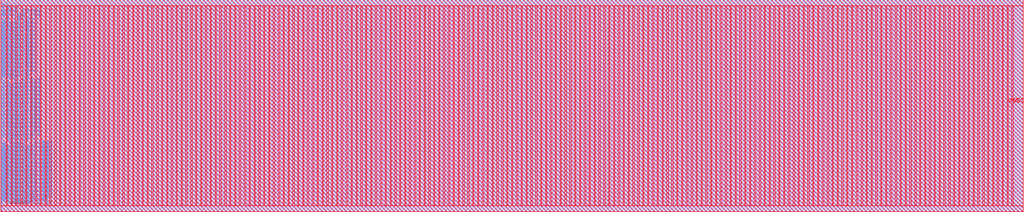
<source format=lef>
VERSION 5.7 ;
BUSBITCHARS "[]" ;
MACRO fakeram130_256x96
  FOREIGN fakeram130_256x96 0 0 ;
  SYMMETRY X Y R90 ;
  SIZE 1010.160 BY 209.440 ;
  CLASS BLOCK ;
  PIN w_mask_in[0]
    DIRECTION INPUT ;
    USE SIGNAL ;
    SHAPE ABUTMENT ;
    PORT
      LAYER met3 ;
      RECT 0.000 5.850 0.800 6.150 ;
    END
  END w_mask_in[0]
  PIN w_mask_in[1]
    DIRECTION INPUT ;
    USE SIGNAL ;
    SHAPE ABUTMENT ;
    PORT
      LAYER met3 ;
      RECT 0.000 6.450 0.800 6.750 ;
    END
  END w_mask_in[1]
  PIN w_mask_in[2]
    DIRECTION INPUT ;
    USE SIGNAL ;
    SHAPE ABUTMENT ;
    PORT
      LAYER met3 ;
      RECT 0.000 7.050 0.800 7.350 ;
    END
  END w_mask_in[2]
  PIN w_mask_in[3]
    DIRECTION INPUT ;
    USE SIGNAL ;
    SHAPE ABUTMENT ;
    PORT
      LAYER met3 ;
      RECT 0.000 7.650 0.800 7.950 ;
    END
  END w_mask_in[3]
  PIN w_mask_in[4]
    DIRECTION INPUT ;
    USE SIGNAL ;
    SHAPE ABUTMENT ;
    PORT
      LAYER met3 ;
      RECT 0.000 8.250 0.800 8.550 ;
    END
  END w_mask_in[4]
  PIN w_mask_in[5]
    DIRECTION INPUT ;
    USE SIGNAL ;
    SHAPE ABUTMENT ;
    PORT
      LAYER met3 ;
      RECT 0.000 8.850 0.800 9.150 ;
    END
  END w_mask_in[5]
  PIN w_mask_in[6]
    DIRECTION INPUT ;
    USE SIGNAL ;
    SHAPE ABUTMENT ;
    PORT
      LAYER met3 ;
      RECT 0.000 9.450 0.800 9.750 ;
    END
  END w_mask_in[6]
  PIN w_mask_in[7]
    DIRECTION INPUT ;
    USE SIGNAL ;
    SHAPE ABUTMENT ;
    PORT
      LAYER met3 ;
      RECT 0.000 10.050 0.800 10.350 ;
    END
  END w_mask_in[7]
  PIN w_mask_in[8]
    DIRECTION INPUT ;
    USE SIGNAL ;
    SHAPE ABUTMENT ;
    PORT
      LAYER met3 ;
      RECT 0.000 10.650 0.800 10.950 ;
    END
  END w_mask_in[8]
  PIN w_mask_in[9]
    DIRECTION INPUT ;
    USE SIGNAL ;
    SHAPE ABUTMENT ;
    PORT
      LAYER met3 ;
      RECT 0.000 11.250 0.800 11.550 ;
    END
  END w_mask_in[9]
  PIN w_mask_in[10]
    DIRECTION INPUT ;
    USE SIGNAL ;
    SHAPE ABUTMENT ;
    PORT
      LAYER met3 ;
      RECT 0.000 11.850 0.800 12.150 ;
    END
  END w_mask_in[10]
  PIN w_mask_in[11]
    DIRECTION INPUT ;
    USE SIGNAL ;
    SHAPE ABUTMENT ;
    PORT
      LAYER met3 ;
      RECT 0.000 12.450 0.800 12.750 ;
    END
  END w_mask_in[11]
  PIN w_mask_in[12]
    DIRECTION INPUT ;
    USE SIGNAL ;
    SHAPE ABUTMENT ;
    PORT
      LAYER met3 ;
      RECT 0.000 13.050 0.800 13.350 ;
    END
  END w_mask_in[12]
  PIN w_mask_in[13]
    DIRECTION INPUT ;
    USE SIGNAL ;
    SHAPE ABUTMENT ;
    PORT
      LAYER met3 ;
      RECT 0.000 13.650 0.800 13.950 ;
    END
  END w_mask_in[13]
  PIN w_mask_in[14]
    DIRECTION INPUT ;
    USE SIGNAL ;
    SHAPE ABUTMENT ;
    PORT
      LAYER met3 ;
      RECT 0.000 14.250 0.800 14.550 ;
    END
  END w_mask_in[14]
  PIN w_mask_in[15]
    DIRECTION INPUT ;
    USE SIGNAL ;
    SHAPE ABUTMENT ;
    PORT
      LAYER met3 ;
      RECT 0.000 14.850 0.800 15.150 ;
    END
  END w_mask_in[15]
  PIN w_mask_in[16]
    DIRECTION INPUT ;
    USE SIGNAL ;
    SHAPE ABUTMENT ;
    PORT
      LAYER met3 ;
      RECT 0.000 15.450 0.800 15.750 ;
    END
  END w_mask_in[16]
  PIN w_mask_in[17]
    DIRECTION INPUT ;
    USE SIGNAL ;
    SHAPE ABUTMENT ;
    PORT
      LAYER met3 ;
      RECT 0.000 16.050 0.800 16.350 ;
    END
  END w_mask_in[17]
  PIN w_mask_in[18]
    DIRECTION INPUT ;
    USE SIGNAL ;
    SHAPE ABUTMENT ;
    PORT
      LAYER met3 ;
      RECT 0.000 16.650 0.800 16.950 ;
    END
  END w_mask_in[18]
  PIN w_mask_in[19]
    DIRECTION INPUT ;
    USE SIGNAL ;
    SHAPE ABUTMENT ;
    PORT
      LAYER met3 ;
      RECT 0.000 17.250 0.800 17.550 ;
    END
  END w_mask_in[19]
  PIN w_mask_in[20]
    DIRECTION INPUT ;
    USE SIGNAL ;
    SHAPE ABUTMENT ;
    PORT
      LAYER met3 ;
      RECT 0.000 17.850 0.800 18.150 ;
    END
  END w_mask_in[20]
  PIN w_mask_in[21]
    DIRECTION INPUT ;
    USE SIGNAL ;
    SHAPE ABUTMENT ;
    PORT
      LAYER met3 ;
      RECT 0.000 18.450 0.800 18.750 ;
    END
  END w_mask_in[21]
  PIN w_mask_in[22]
    DIRECTION INPUT ;
    USE SIGNAL ;
    SHAPE ABUTMENT ;
    PORT
      LAYER met3 ;
      RECT 0.000 19.050 0.800 19.350 ;
    END
  END w_mask_in[22]
  PIN w_mask_in[23]
    DIRECTION INPUT ;
    USE SIGNAL ;
    SHAPE ABUTMENT ;
    PORT
      LAYER met3 ;
      RECT 0.000 19.650 0.800 19.950 ;
    END
  END w_mask_in[23]
  PIN w_mask_in[24]
    DIRECTION INPUT ;
    USE SIGNAL ;
    SHAPE ABUTMENT ;
    PORT
      LAYER met3 ;
      RECT 0.000 20.250 0.800 20.550 ;
    END
  END w_mask_in[24]
  PIN w_mask_in[25]
    DIRECTION INPUT ;
    USE SIGNAL ;
    SHAPE ABUTMENT ;
    PORT
      LAYER met3 ;
      RECT 0.000 20.850 0.800 21.150 ;
    END
  END w_mask_in[25]
  PIN w_mask_in[26]
    DIRECTION INPUT ;
    USE SIGNAL ;
    SHAPE ABUTMENT ;
    PORT
      LAYER met3 ;
      RECT 0.000 21.450 0.800 21.750 ;
    END
  END w_mask_in[26]
  PIN w_mask_in[27]
    DIRECTION INPUT ;
    USE SIGNAL ;
    SHAPE ABUTMENT ;
    PORT
      LAYER met3 ;
      RECT 0.000 22.050 0.800 22.350 ;
    END
  END w_mask_in[27]
  PIN w_mask_in[28]
    DIRECTION INPUT ;
    USE SIGNAL ;
    SHAPE ABUTMENT ;
    PORT
      LAYER met3 ;
      RECT 0.000 22.650 0.800 22.950 ;
    END
  END w_mask_in[28]
  PIN w_mask_in[29]
    DIRECTION INPUT ;
    USE SIGNAL ;
    SHAPE ABUTMENT ;
    PORT
      LAYER met3 ;
      RECT 0.000 23.250 0.800 23.550 ;
    END
  END w_mask_in[29]
  PIN w_mask_in[30]
    DIRECTION INPUT ;
    USE SIGNAL ;
    SHAPE ABUTMENT ;
    PORT
      LAYER met3 ;
      RECT 0.000 23.850 0.800 24.150 ;
    END
  END w_mask_in[30]
  PIN w_mask_in[31]
    DIRECTION INPUT ;
    USE SIGNAL ;
    SHAPE ABUTMENT ;
    PORT
      LAYER met3 ;
      RECT 0.000 24.450 0.800 24.750 ;
    END
  END w_mask_in[31]
  PIN w_mask_in[32]
    DIRECTION INPUT ;
    USE SIGNAL ;
    SHAPE ABUTMENT ;
    PORT
      LAYER met3 ;
      RECT 0.000 25.050 0.800 25.350 ;
    END
  END w_mask_in[32]
  PIN w_mask_in[33]
    DIRECTION INPUT ;
    USE SIGNAL ;
    SHAPE ABUTMENT ;
    PORT
      LAYER met3 ;
      RECT 0.000 25.650 0.800 25.950 ;
    END
  END w_mask_in[33]
  PIN w_mask_in[34]
    DIRECTION INPUT ;
    USE SIGNAL ;
    SHAPE ABUTMENT ;
    PORT
      LAYER met3 ;
      RECT 0.000 26.250 0.800 26.550 ;
    END
  END w_mask_in[34]
  PIN w_mask_in[35]
    DIRECTION INPUT ;
    USE SIGNAL ;
    SHAPE ABUTMENT ;
    PORT
      LAYER met3 ;
      RECT 0.000 26.850 0.800 27.150 ;
    END
  END w_mask_in[35]
  PIN w_mask_in[36]
    DIRECTION INPUT ;
    USE SIGNAL ;
    SHAPE ABUTMENT ;
    PORT
      LAYER met3 ;
      RECT 0.000 27.450 0.800 27.750 ;
    END
  END w_mask_in[36]
  PIN w_mask_in[37]
    DIRECTION INPUT ;
    USE SIGNAL ;
    SHAPE ABUTMENT ;
    PORT
      LAYER met3 ;
      RECT 0.000 28.050 0.800 28.350 ;
    END
  END w_mask_in[37]
  PIN w_mask_in[38]
    DIRECTION INPUT ;
    USE SIGNAL ;
    SHAPE ABUTMENT ;
    PORT
      LAYER met3 ;
      RECT 0.000 28.650 0.800 28.950 ;
    END
  END w_mask_in[38]
  PIN w_mask_in[39]
    DIRECTION INPUT ;
    USE SIGNAL ;
    SHAPE ABUTMENT ;
    PORT
      LAYER met3 ;
      RECT 0.000 29.250 0.800 29.550 ;
    END
  END w_mask_in[39]
  PIN w_mask_in[40]
    DIRECTION INPUT ;
    USE SIGNAL ;
    SHAPE ABUTMENT ;
    PORT
      LAYER met3 ;
      RECT 0.000 29.850 0.800 30.150 ;
    END
  END w_mask_in[40]
  PIN w_mask_in[41]
    DIRECTION INPUT ;
    USE SIGNAL ;
    SHAPE ABUTMENT ;
    PORT
      LAYER met3 ;
      RECT 0.000 30.450 0.800 30.750 ;
    END
  END w_mask_in[41]
  PIN w_mask_in[42]
    DIRECTION INPUT ;
    USE SIGNAL ;
    SHAPE ABUTMENT ;
    PORT
      LAYER met3 ;
      RECT 0.000 31.050 0.800 31.350 ;
    END
  END w_mask_in[42]
  PIN w_mask_in[43]
    DIRECTION INPUT ;
    USE SIGNAL ;
    SHAPE ABUTMENT ;
    PORT
      LAYER met3 ;
      RECT 0.000 31.650 0.800 31.950 ;
    END
  END w_mask_in[43]
  PIN w_mask_in[44]
    DIRECTION INPUT ;
    USE SIGNAL ;
    SHAPE ABUTMENT ;
    PORT
      LAYER met3 ;
      RECT 0.000 32.250 0.800 32.550 ;
    END
  END w_mask_in[44]
  PIN w_mask_in[45]
    DIRECTION INPUT ;
    USE SIGNAL ;
    SHAPE ABUTMENT ;
    PORT
      LAYER met3 ;
      RECT 0.000 32.850 0.800 33.150 ;
    END
  END w_mask_in[45]
  PIN w_mask_in[46]
    DIRECTION INPUT ;
    USE SIGNAL ;
    SHAPE ABUTMENT ;
    PORT
      LAYER met3 ;
      RECT 0.000 33.450 0.800 33.750 ;
    END
  END w_mask_in[46]
  PIN w_mask_in[47]
    DIRECTION INPUT ;
    USE SIGNAL ;
    SHAPE ABUTMENT ;
    PORT
      LAYER met3 ;
      RECT 0.000 34.050 0.800 34.350 ;
    END
  END w_mask_in[47]
  PIN w_mask_in[48]
    DIRECTION INPUT ;
    USE SIGNAL ;
    SHAPE ABUTMENT ;
    PORT
      LAYER met3 ;
      RECT 0.000 34.650 0.800 34.950 ;
    END
  END w_mask_in[48]
  PIN w_mask_in[49]
    DIRECTION INPUT ;
    USE SIGNAL ;
    SHAPE ABUTMENT ;
    PORT
      LAYER met3 ;
      RECT 0.000 35.250 0.800 35.550 ;
    END
  END w_mask_in[49]
  PIN w_mask_in[50]
    DIRECTION INPUT ;
    USE SIGNAL ;
    SHAPE ABUTMENT ;
    PORT
      LAYER met3 ;
      RECT 0.000 35.850 0.800 36.150 ;
    END
  END w_mask_in[50]
  PIN w_mask_in[51]
    DIRECTION INPUT ;
    USE SIGNAL ;
    SHAPE ABUTMENT ;
    PORT
      LAYER met3 ;
      RECT 0.000 36.450 0.800 36.750 ;
    END
  END w_mask_in[51]
  PIN w_mask_in[52]
    DIRECTION INPUT ;
    USE SIGNAL ;
    SHAPE ABUTMENT ;
    PORT
      LAYER met3 ;
      RECT 0.000 37.050 0.800 37.350 ;
    END
  END w_mask_in[52]
  PIN w_mask_in[53]
    DIRECTION INPUT ;
    USE SIGNAL ;
    SHAPE ABUTMENT ;
    PORT
      LAYER met3 ;
      RECT 0.000 37.650 0.800 37.950 ;
    END
  END w_mask_in[53]
  PIN w_mask_in[54]
    DIRECTION INPUT ;
    USE SIGNAL ;
    SHAPE ABUTMENT ;
    PORT
      LAYER met3 ;
      RECT 0.000 38.250 0.800 38.550 ;
    END
  END w_mask_in[54]
  PIN w_mask_in[55]
    DIRECTION INPUT ;
    USE SIGNAL ;
    SHAPE ABUTMENT ;
    PORT
      LAYER met3 ;
      RECT 0.000 38.850 0.800 39.150 ;
    END
  END w_mask_in[55]
  PIN w_mask_in[56]
    DIRECTION INPUT ;
    USE SIGNAL ;
    SHAPE ABUTMENT ;
    PORT
      LAYER met3 ;
      RECT 0.000 39.450 0.800 39.750 ;
    END
  END w_mask_in[56]
  PIN w_mask_in[57]
    DIRECTION INPUT ;
    USE SIGNAL ;
    SHAPE ABUTMENT ;
    PORT
      LAYER met3 ;
      RECT 0.000 40.050 0.800 40.350 ;
    END
  END w_mask_in[57]
  PIN w_mask_in[58]
    DIRECTION INPUT ;
    USE SIGNAL ;
    SHAPE ABUTMENT ;
    PORT
      LAYER met3 ;
      RECT 0.000 40.650 0.800 40.950 ;
    END
  END w_mask_in[58]
  PIN w_mask_in[59]
    DIRECTION INPUT ;
    USE SIGNAL ;
    SHAPE ABUTMENT ;
    PORT
      LAYER met3 ;
      RECT 0.000 41.250 0.800 41.550 ;
    END
  END w_mask_in[59]
  PIN w_mask_in[60]
    DIRECTION INPUT ;
    USE SIGNAL ;
    SHAPE ABUTMENT ;
    PORT
      LAYER met3 ;
      RECT 0.000 41.850 0.800 42.150 ;
    END
  END w_mask_in[60]
  PIN w_mask_in[61]
    DIRECTION INPUT ;
    USE SIGNAL ;
    SHAPE ABUTMENT ;
    PORT
      LAYER met3 ;
      RECT 0.000 42.450 0.800 42.750 ;
    END
  END w_mask_in[61]
  PIN w_mask_in[62]
    DIRECTION INPUT ;
    USE SIGNAL ;
    SHAPE ABUTMENT ;
    PORT
      LAYER met3 ;
      RECT 0.000 43.050 0.800 43.350 ;
    END
  END w_mask_in[62]
  PIN w_mask_in[63]
    DIRECTION INPUT ;
    USE SIGNAL ;
    SHAPE ABUTMENT ;
    PORT
      LAYER met3 ;
      RECT 0.000 43.650 0.800 43.950 ;
    END
  END w_mask_in[63]
  PIN w_mask_in[64]
    DIRECTION INPUT ;
    USE SIGNAL ;
    SHAPE ABUTMENT ;
    PORT
      LAYER met3 ;
      RECT 0.000 44.250 0.800 44.550 ;
    END
  END w_mask_in[64]
  PIN w_mask_in[65]
    DIRECTION INPUT ;
    USE SIGNAL ;
    SHAPE ABUTMENT ;
    PORT
      LAYER met3 ;
      RECT 0.000 44.850 0.800 45.150 ;
    END
  END w_mask_in[65]
  PIN w_mask_in[66]
    DIRECTION INPUT ;
    USE SIGNAL ;
    SHAPE ABUTMENT ;
    PORT
      LAYER met3 ;
      RECT 0.000 45.450 0.800 45.750 ;
    END
  END w_mask_in[66]
  PIN w_mask_in[67]
    DIRECTION INPUT ;
    USE SIGNAL ;
    SHAPE ABUTMENT ;
    PORT
      LAYER met3 ;
      RECT 0.000 46.050 0.800 46.350 ;
    END
  END w_mask_in[67]
  PIN w_mask_in[68]
    DIRECTION INPUT ;
    USE SIGNAL ;
    SHAPE ABUTMENT ;
    PORT
      LAYER met3 ;
      RECT 0.000 46.650 0.800 46.950 ;
    END
  END w_mask_in[68]
  PIN w_mask_in[69]
    DIRECTION INPUT ;
    USE SIGNAL ;
    SHAPE ABUTMENT ;
    PORT
      LAYER met3 ;
      RECT 0.000 47.250 0.800 47.550 ;
    END
  END w_mask_in[69]
  PIN w_mask_in[70]
    DIRECTION INPUT ;
    USE SIGNAL ;
    SHAPE ABUTMENT ;
    PORT
      LAYER met3 ;
      RECT 0.000 47.850 0.800 48.150 ;
    END
  END w_mask_in[70]
  PIN w_mask_in[71]
    DIRECTION INPUT ;
    USE SIGNAL ;
    SHAPE ABUTMENT ;
    PORT
      LAYER met3 ;
      RECT 0.000 48.450 0.800 48.750 ;
    END
  END w_mask_in[71]
  PIN w_mask_in[72]
    DIRECTION INPUT ;
    USE SIGNAL ;
    SHAPE ABUTMENT ;
    PORT
      LAYER met3 ;
      RECT 0.000 49.050 0.800 49.350 ;
    END
  END w_mask_in[72]
  PIN w_mask_in[73]
    DIRECTION INPUT ;
    USE SIGNAL ;
    SHAPE ABUTMENT ;
    PORT
      LAYER met3 ;
      RECT 0.000 49.650 0.800 49.950 ;
    END
  END w_mask_in[73]
  PIN w_mask_in[74]
    DIRECTION INPUT ;
    USE SIGNAL ;
    SHAPE ABUTMENT ;
    PORT
      LAYER met3 ;
      RECT 0.000 50.250 0.800 50.550 ;
    END
  END w_mask_in[74]
  PIN w_mask_in[75]
    DIRECTION INPUT ;
    USE SIGNAL ;
    SHAPE ABUTMENT ;
    PORT
      LAYER met3 ;
      RECT 0.000 50.850 0.800 51.150 ;
    END
  END w_mask_in[75]
  PIN w_mask_in[76]
    DIRECTION INPUT ;
    USE SIGNAL ;
    SHAPE ABUTMENT ;
    PORT
      LAYER met3 ;
      RECT 0.000 51.450 0.800 51.750 ;
    END
  END w_mask_in[76]
  PIN w_mask_in[77]
    DIRECTION INPUT ;
    USE SIGNAL ;
    SHAPE ABUTMENT ;
    PORT
      LAYER met3 ;
      RECT 0.000 52.050 0.800 52.350 ;
    END
  END w_mask_in[77]
  PIN w_mask_in[78]
    DIRECTION INPUT ;
    USE SIGNAL ;
    SHAPE ABUTMENT ;
    PORT
      LAYER met3 ;
      RECT 0.000 52.650 0.800 52.950 ;
    END
  END w_mask_in[78]
  PIN w_mask_in[79]
    DIRECTION INPUT ;
    USE SIGNAL ;
    SHAPE ABUTMENT ;
    PORT
      LAYER met3 ;
      RECT 0.000 53.250 0.800 53.550 ;
    END
  END w_mask_in[79]
  PIN w_mask_in[80]
    DIRECTION INPUT ;
    USE SIGNAL ;
    SHAPE ABUTMENT ;
    PORT
      LAYER met3 ;
      RECT 0.000 53.850 0.800 54.150 ;
    END
  END w_mask_in[80]
  PIN w_mask_in[81]
    DIRECTION INPUT ;
    USE SIGNAL ;
    SHAPE ABUTMENT ;
    PORT
      LAYER met3 ;
      RECT 0.000 54.450 0.800 54.750 ;
    END
  END w_mask_in[81]
  PIN w_mask_in[82]
    DIRECTION INPUT ;
    USE SIGNAL ;
    SHAPE ABUTMENT ;
    PORT
      LAYER met3 ;
      RECT 0.000 55.050 0.800 55.350 ;
    END
  END w_mask_in[82]
  PIN w_mask_in[83]
    DIRECTION INPUT ;
    USE SIGNAL ;
    SHAPE ABUTMENT ;
    PORT
      LAYER met3 ;
      RECT 0.000 55.650 0.800 55.950 ;
    END
  END w_mask_in[83]
  PIN w_mask_in[84]
    DIRECTION INPUT ;
    USE SIGNAL ;
    SHAPE ABUTMENT ;
    PORT
      LAYER met3 ;
      RECT 0.000 56.250 0.800 56.550 ;
    END
  END w_mask_in[84]
  PIN w_mask_in[85]
    DIRECTION INPUT ;
    USE SIGNAL ;
    SHAPE ABUTMENT ;
    PORT
      LAYER met3 ;
      RECT 0.000 56.850 0.800 57.150 ;
    END
  END w_mask_in[85]
  PIN w_mask_in[86]
    DIRECTION INPUT ;
    USE SIGNAL ;
    SHAPE ABUTMENT ;
    PORT
      LAYER met3 ;
      RECT 0.000 57.450 0.800 57.750 ;
    END
  END w_mask_in[86]
  PIN w_mask_in[87]
    DIRECTION INPUT ;
    USE SIGNAL ;
    SHAPE ABUTMENT ;
    PORT
      LAYER met3 ;
      RECT 0.000 58.050 0.800 58.350 ;
    END
  END w_mask_in[87]
  PIN w_mask_in[88]
    DIRECTION INPUT ;
    USE SIGNAL ;
    SHAPE ABUTMENT ;
    PORT
      LAYER met3 ;
      RECT 0.000 58.650 0.800 58.950 ;
    END
  END w_mask_in[88]
  PIN w_mask_in[89]
    DIRECTION INPUT ;
    USE SIGNAL ;
    SHAPE ABUTMENT ;
    PORT
      LAYER met3 ;
      RECT 0.000 59.250 0.800 59.550 ;
    END
  END w_mask_in[89]
  PIN w_mask_in[90]
    DIRECTION INPUT ;
    USE SIGNAL ;
    SHAPE ABUTMENT ;
    PORT
      LAYER met3 ;
      RECT 0.000 59.850 0.800 60.150 ;
    END
  END w_mask_in[90]
  PIN w_mask_in[91]
    DIRECTION INPUT ;
    USE SIGNAL ;
    SHAPE ABUTMENT ;
    PORT
      LAYER met3 ;
      RECT 0.000 60.450 0.800 60.750 ;
    END
  END w_mask_in[91]
  PIN w_mask_in[92]
    DIRECTION INPUT ;
    USE SIGNAL ;
    SHAPE ABUTMENT ;
    PORT
      LAYER met3 ;
      RECT 0.000 61.050 0.800 61.350 ;
    END
  END w_mask_in[92]
  PIN w_mask_in[93]
    DIRECTION INPUT ;
    USE SIGNAL ;
    SHAPE ABUTMENT ;
    PORT
      LAYER met3 ;
      RECT 0.000 61.650 0.800 61.950 ;
    END
  END w_mask_in[93]
  PIN w_mask_in[94]
    DIRECTION INPUT ;
    USE SIGNAL ;
    SHAPE ABUTMENT ;
    PORT
      LAYER met3 ;
      RECT 0.000 62.250 0.800 62.550 ;
    END
  END w_mask_in[94]
  PIN w_mask_in[95]
    DIRECTION INPUT ;
    USE SIGNAL ;
    SHAPE ABUTMENT ;
    PORT
      LAYER met3 ;
      RECT 0.000 62.850 0.800 63.150 ;
    END
  END w_mask_in[95]
  PIN rd_out[0]
    DIRECTION OUTPUT ;
    USE SIGNAL ;
    SHAPE ABUTMENT ;
    PORT
      LAYER met3 ;
      RECT 0.000 67.050 0.800 67.350 ;
    END
  END rd_out[0]
  PIN rd_out[1]
    DIRECTION OUTPUT ;
    USE SIGNAL ;
    SHAPE ABUTMENT ;
    PORT
      LAYER met3 ;
      RECT 0.000 67.650 0.800 67.950 ;
    END
  END rd_out[1]
  PIN rd_out[2]
    DIRECTION OUTPUT ;
    USE SIGNAL ;
    SHAPE ABUTMENT ;
    PORT
      LAYER met3 ;
      RECT 0.000 68.250 0.800 68.550 ;
    END
  END rd_out[2]
  PIN rd_out[3]
    DIRECTION OUTPUT ;
    USE SIGNAL ;
    SHAPE ABUTMENT ;
    PORT
      LAYER met3 ;
      RECT 0.000 68.850 0.800 69.150 ;
    END
  END rd_out[3]
  PIN rd_out[4]
    DIRECTION OUTPUT ;
    USE SIGNAL ;
    SHAPE ABUTMENT ;
    PORT
      LAYER met3 ;
      RECT 0.000 69.450 0.800 69.750 ;
    END
  END rd_out[4]
  PIN rd_out[5]
    DIRECTION OUTPUT ;
    USE SIGNAL ;
    SHAPE ABUTMENT ;
    PORT
      LAYER met3 ;
      RECT 0.000 70.050 0.800 70.350 ;
    END
  END rd_out[5]
  PIN rd_out[6]
    DIRECTION OUTPUT ;
    USE SIGNAL ;
    SHAPE ABUTMENT ;
    PORT
      LAYER met3 ;
      RECT 0.000 70.650 0.800 70.950 ;
    END
  END rd_out[6]
  PIN rd_out[7]
    DIRECTION OUTPUT ;
    USE SIGNAL ;
    SHAPE ABUTMENT ;
    PORT
      LAYER met3 ;
      RECT 0.000 71.250 0.800 71.550 ;
    END
  END rd_out[7]
  PIN rd_out[8]
    DIRECTION OUTPUT ;
    USE SIGNAL ;
    SHAPE ABUTMENT ;
    PORT
      LAYER met3 ;
      RECT 0.000 71.850 0.800 72.150 ;
    END
  END rd_out[8]
  PIN rd_out[9]
    DIRECTION OUTPUT ;
    USE SIGNAL ;
    SHAPE ABUTMENT ;
    PORT
      LAYER met3 ;
      RECT 0.000 72.450 0.800 72.750 ;
    END
  END rd_out[9]
  PIN rd_out[10]
    DIRECTION OUTPUT ;
    USE SIGNAL ;
    SHAPE ABUTMENT ;
    PORT
      LAYER met3 ;
      RECT 0.000 73.050 0.800 73.350 ;
    END
  END rd_out[10]
  PIN rd_out[11]
    DIRECTION OUTPUT ;
    USE SIGNAL ;
    SHAPE ABUTMENT ;
    PORT
      LAYER met3 ;
      RECT 0.000 73.650 0.800 73.950 ;
    END
  END rd_out[11]
  PIN rd_out[12]
    DIRECTION OUTPUT ;
    USE SIGNAL ;
    SHAPE ABUTMENT ;
    PORT
      LAYER met3 ;
      RECT 0.000 74.250 0.800 74.550 ;
    END
  END rd_out[12]
  PIN rd_out[13]
    DIRECTION OUTPUT ;
    USE SIGNAL ;
    SHAPE ABUTMENT ;
    PORT
      LAYER met3 ;
      RECT 0.000 74.850 0.800 75.150 ;
    END
  END rd_out[13]
  PIN rd_out[14]
    DIRECTION OUTPUT ;
    USE SIGNAL ;
    SHAPE ABUTMENT ;
    PORT
      LAYER met3 ;
      RECT 0.000 75.450 0.800 75.750 ;
    END
  END rd_out[14]
  PIN rd_out[15]
    DIRECTION OUTPUT ;
    USE SIGNAL ;
    SHAPE ABUTMENT ;
    PORT
      LAYER met3 ;
      RECT 0.000 76.050 0.800 76.350 ;
    END
  END rd_out[15]
  PIN rd_out[16]
    DIRECTION OUTPUT ;
    USE SIGNAL ;
    SHAPE ABUTMENT ;
    PORT
      LAYER met3 ;
      RECT 0.000 76.650 0.800 76.950 ;
    END
  END rd_out[16]
  PIN rd_out[17]
    DIRECTION OUTPUT ;
    USE SIGNAL ;
    SHAPE ABUTMENT ;
    PORT
      LAYER met3 ;
      RECT 0.000 77.250 0.800 77.550 ;
    END
  END rd_out[17]
  PIN rd_out[18]
    DIRECTION OUTPUT ;
    USE SIGNAL ;
    SHAPE ABUTMENT ;
    PORT
      LAYER met3 ;
      RECT 0.000 77.850 0.800 78.150 ;
    END
  END rd_out[18]
  PIN rd_out[19]
    DIRECTION OUTPUT ;
    USE SIGNAL ;
    SHAPE ABUTMENT ;
    PORT
      LAYER met3 ;
      RECT 0.000 78.450 0.800 78.750 ;
    END
  END rd_out[19]
  PIN rd_out[20]
    DIRECTION OUTPUT ;
    USE SIGNAL ;
    SHAPE ABUTMENT ;
    PORT
      LAYER met3 ;
      RECT 0.000 79.050 0.800 79.350 ;
    END
  END rd_out[20]
  PIN rd_out[21]
    DIRECTION OUTPUT ;
    USE SIGNAL ;
    SHAPE ABUTMENT ;
    PORT
      LAYER met3 ;
      RECT 0.000 79.650 0.800 79.950 ;
    END
  END rd_out[21]
  PIN rd_out[22]
    DIRECTION OUTPUT ;
    USE SIGNAL ;
    SHAPE ABUTMENT ;
    PORT
      LAYER met3 ;
      RECT 0.000 80.250 0.800 80.550 ;
    END
  END rd_out[22]
  PIN rd_out[23]
    DIRECTION OUTPUT ;
    USE SIGNAL ;
    SHAPE ABUTMENT ;
    PORT
      LAYER met3 ;
      RECT 0.000 80.850 0.800 81.150 ;
    END
  END rd_out[23]
  PIN rd_out[24]
    DIRECTION OUTPUT ;
    USE SIGNAL ;
    SHAPE ABUTMENT ;
    PORT
      LAYER met3 ;
      RECT 0.000 81.450 0.800 81.750 ;
    END
  END rd_out[24]
  PIN rd_out[25]
    DIRECTION OUTPUT ;
    USE SIGNAL ;
    SHAPE ABUTMENT ;
    PORT
      LAYER met3 ;
      RECT 0.000 82.050 0.800 82.350 ;
    END
  END rd_out[25]
  PIN rd_out[26]
    DIRECTION OUTPUT ;
    USE SIGNAL ;
    SHAPE ABUTMENT ;
    PORT
      LAYER met3 ;
      RECT 0.000 82.650 0.800 82.950 ;
    END
  END rd_out[26]
  PIN rd_out[27]
    DIRECTION OUTPUT ;
    USE SIGNAL ;
    SHAPE ABUTMENT ;
    PORT
      LAYER met3 ;
      RECT 0.000 83.250 0.800 83.550 ;
    END
  END rd_out[27]
  PIN rd_out[28]
    DIRECTION OUTPUT ;
    USE SIGNAL ;
    SHAPE ABUTMENT ;
    PORT
      LAYER met3 ;
      RECT 0.000 83.850 0.800 84.150 ;
    END
  END rd_out[28]
  PIN rd_out[29]
    DIRECTION OUTPUT ;
    USE SIGNAL ;
    SHAPE ABUTMENT ;
    PORT
      LAYER met3 ;
      RECT 0.000 84.450 0.800 84.750 ;
    END
  END rd_out[29]
  PIN rd_out[30]
    DIRECTION OUTPUT ;
    USE SIGNAL ;
    SHAPE ABUTMENT ;
    PORT
      LAYER met3 ;
      RECT 0.000 85.050 0.800 85.350 ;
    END
  END rd_out[30]
  PIN rd_out[31]
    DIRECTION OUTPUT ;
    USE SIGNAL ;
    SHAPE ABUTMENT ;
    PORT
      LAYER met3 ;
      RECT 0.000 85.650 0.800 85.950 ;
    END
  END rd_out[31]
  PIN rd_out[32]
    DIRECTION OUTPUT ;
    USE SIGNAL ;
    SHAPE ABUTMENT ;
    PORT
      LAYER met3 ;
      RECT 0.000 86.250 0.800 86.550 ;
    END
  END rd_out[32]
  PIN rd_out[33]
    DIRECTION OUTPUT ;
    USE SIGNAL ;
    SHAPE ABUTMENT ;
    PORT
      LAYER met3 ;
      RECT 0.000 86.850 0.800 87.150 ;
    END
  END rd_out[33]
  PIN rd_out[34]
    DIRECTION OUTPUT ;
    USE SIGNAL ;
    SHAPE ABUTMENT ;
    PORT
      LAYER met3 ;
      RECT 0.000 87.450 0.800 87.750 ;
    END
  END rd_out[34]
  PIN rd_out[35]
    DIRECTION OUTPUT ;
    USE SIGNAL ;
    SHAPE ABUTMENT ;
    PORT
      LAYER met3 ;
      RECT 0.000 88.050 0.800 88.350 ;
    END
  END rd_out[35]
  PIN rd_out[36]
    DIRECTION OUTPUT ;
    USE SIGNAL ;
    SHAPE ABUTMENT ;
    PORT
      LAYER met3 ;
      RECT 0.000 88.650 0.800 88.950 ;
    END
  END rd_out[36]
  PIN rd_out[37]
    DIRECTION OUTPUT ;
    USE SIGNAL ;
    SHAPE ABUTMENT ;
    PORT
      LAYER met3 ;
      RECT 0.000 89.250 0.800 89.550 ;
    END
  END rd_out[37]
  PIN rd_out[38]
    DIRECTION OUTPUT ;
    USE SIGNAL ;
    SHAPE ABUTMENT ;
    PORT
      LAYER met3 ;
      RECT 0.000 89.850 0.800 90.150 ;
    END
  END rd_out[38]
  PIN rd_out[39]
    DIRECTION OUTPUT ;
    USE SIGNAL ;
    SHAPE ABUTMENT ;
    PORT
      LAYER met3 ;
      RECT 0.000 90.450 0.800 90.750 ;
    END
  END rd_out[39]
  PIN rd_out[40]
    DIRECTION OUTPUT ;
    USE SIGNAL ;
    SHAPE ABUTMENT ;
    PORT
      LAYER met3 ;
      RECT 0.000 91.050 0.800 91.350 ;
    END
  END rd_out[40]
  PIN rd_out[41]
    DIRECTION OUTPUT ;
    USE SIGNAL ;
    SHAPE ABUTMENT ;
    PORT
      LAYER met3 ;
      RECT 0.000 91.650 0.800 91.950 ;
    END
  END rd_out[41]
  PIN rd_out[42]
    DIRECTION OUTPUT ;
    USE SIGNAL ;
    SHAPE ABUTMENT ;
    PORT
      LAYER met3 ;
      RECT 0.000 92.250 0.800 92.550 ;
    END
  END rd_out[42]
  PIN rd_out[43]
    DIRECTION OUTPUT ;
    USE SIGNAL ;
    SHAPE ABUTMENT ;
    PORT
      LAYER met3 ;
      RECT 0.000 92.850 0.800 93.150 ;
    END
  END rd_out[43]
  PIN rd_out[44]
    DIRECTION OUTPUT ;
    USE SIGNAL ;
    SHAPE ABUTMENT ;
    PORT
      LAYER met3 ;
      RECT 0.000 93.450 0.800 93.750 ;
    END
  END rd_out[44]
  PIN rd_out[45]
    DIRECTION OUTPUT ;
    USE SIGNAL ;
    SHAPE ABUTMENT ;
    PORT
      LAYER met3 ;
      RECT 0.000 94.050 0.800 94.350 ;
    END
  END rd_out[45]
  PIN rd_out[46]
    DIRECTION OUTPUT ;
    USE SIGNAL ;
    SHAPE ABUTMENT ;
    PORT
      LAYER met3 ;
      RECT 0.000 94.650 0.800 94.950 ;
    END
  END rd_out[46]
  PIN rd_out[47]
    DIRECTION OUTPUT ;
    USE SIGNAL ;
    SHAPE ABUTMENT ;
    PORT
      LAYER met3 ;
      RECT 0.000 95.250 0.800 95.550 ;
    END
  END rd_out[47]
  PIN rd_out[48]
    DIRECTION OUTPUT ;
    USE SIGNAL ;
    SHAPE ABUTMENT ;
    PORT
      LAYER met3 ;
      RECT 0.000 95.850 0.800 96.150 ;
    END
  END rd_out[48]
  PIN rd_out[49]
    DIRECTION OUTPUT ;
    USE SIGNAL ;
    SHAPE ABUTMENT ;
    PORT
      LAYER met3 ;
      RECT 0.000 96.450 0.800 96.750 ;
    END
  END rd_out[49]
  PIN rd_out[50]
    DIRECTION OUTPUT ;
    USE SIGNAL ;
    SHAPE ABUTMENT ;
    PORT
      LAYER met3 ;
      RECT 0.000 97.050 0.800 97.350 ;
    END
  END rd_out[50]
  PIN rd_out[51]
    DIRECTION OUTPUT ;
    USE SIGNAL ;
    SHAPE ABUTMENT ;
    PORT
      LAYER met3 ;
      RECT 0.000 97.650 0.800 97.950 ;
    END
  END rd_out[51]
  PIN rd_out[52]
    DIRECTION OUTPUT ;
    USE SIGNAL ;
    SHAPE ABUTMENT ;
    PORT
      LAYER met3 ;
      RECT 0.000 98.250 0.800 98.550 ;
    END
  END rd_out[52]
  PIN rd_out[53]
    DIRECTION OUTPUT ;
    USE SIGNAL ;
    SHAPE ABUTMENT ;
    PORT
      LAYER met3 ;
      RECT 0.000 98.850 0.800 99.150 ;
    END
  END rd_out[53]
  PIN rd_out[54]
    DIRECTION OUTPUT ;
    USE SIGNAL ;
    SHAPE ABUTMENT ;
    PORT
      LAYER met3 ;
      RECT 0.000 99.450 0.800 99.750 ;
    END
  END rd_out[54]
  PIN rd_out[55]
    DIRECTION OUTPUT ;
    USE SIGNAL ;
    SHAPE ABUTMENT ;
    PORT
      LAYER met3 ;
      RECT 0.000 100.050 0.800 100.350 ;
    END
  END rd_out[55]
  PIN rd_out[56]
    DIRECTION OUTPUT ;
    USE SIGNAL ;
    SHAPE ABUTMENT ;
    PORT
      LAYER met3 ;
      RECT 0.000 100.650 0.800 100.950 ;
    END
  END rd_out[56]
  PIN rd_out[57]
    DIRECTION OUTPUT ;
    USE SIGNAL ;
    SHAPE ABUTMENT ;
    PORT
      LAYER met3 ;
      RECT 0.000 101.250 0.800 101.550 ;
    END
  END rd_out[57]
  PIN rd_out[58]
    DIRECTION OUTPUT ;
    USE SIGNAL ;
    SHAPE ABUTMENT ;
    PORT
      LAYER met3 ;
      RECT 0.000 101.850 0.800 102.150 ;
    END
  END rd_out[58]
  PIN rd_out[59]
    DIRECTION OUTPUT ;
    USE SIGNAL ;
    SHAPE ABUTMENT ;
    PORT
      LAYER met3 ;
      RECT 0.000 102.450 0.800 102.750 ;
    END
  END rd_out[59]
  PIN rd_out[60]
    DIRECTION OUTPUT ;
    USE SIGNAL ;
    SHAPE ABUTMENT ;
    PORT
      LAYER met3 ;
      RECT 0.000 103.050 0.800 103.350 ;
    END
  END rd_out[60]
  PIN rd_out[61]
    DIRECTION OUTPUT ;
    USE SIGNAL ;
    SHAPE ABUTMENT ;
    PORT
      LAYER met3 ;
      RECT 0.000 103.650 0.800 103.950 ;
    END
  END rd_out[61]
  PIN rd_out[62]
    DIRECTION OUTPUT ;
    USE SIGNAL ;
    SHAPE ABUTMENT ;
    PORT
      LAYER met3 ;
      RECT 0.000 104.250 0.800 104.550 ;
    END
  END rd_out[62]
  PIN rd_out[63]
    DIRECTION OUTPUT ;
    USE SIGNAL ;
    SHAPE ABUTMENT ;
    PORT
      LAYER met3 ;
      RECT 0.000 104.850 0.800 105.150 ;
    END
  END rd_out[63]
  PIN rd_out[64]
    DIRECTION OUTPUT ;
    USE SIGNAL ;
    SHAPE ABUTMENT ;
    PORT
      LAYER met3 ;
      RECT 0.000 105.450 0.800 105.750 ;
    END
  END rd_out[64]
  PIN rd_out[65]
    DIRECTION OUTPUT ;
    USE SIGNAL ;
    SHAPE ABUTMENT ;
    PORT
      LAYER met3 ;
      RECT 0.000 106.050 0.800 106.350 ;
    END
  END rd_out[65]
  PIN rd_out[66]
    DIRECTION OUTPUT ;
    USE SIGNAL ;
    SHAPE ABUTMENT ;
    PORT
      LAYER met3 ;
      RECT 0.000 106.650 0.800 106.950 ;
    END
  END rd_out[66]
  PIN rd_out[67]
    DIRECTION OUTPUT ;
    USE SIGNAL ;
    SHAPE ABUTMENT ;
    PORT
      LAYER met3 ;
      RECT 0.000 107.250 0.800 107.550 ;
    END
  END rd_out[67]
  PIN rd_out[68]
    DIRECTION OUTPUT ;
    USE SIGNAL ;
    SHAPE ABUTMENT ;
    PORT
      LAYER met3 ;
      RECT 0.000 107.850 0.800 108.150 ;
    END
  END rd_out[68]
  PIN rd_out[69]
    DIRECTION OUTPUT ;
    USE SIGNAL ;
    SHAPE ABUTMENT ;
    PORT
      LAYER met3 ;
      RECT 0.000 108.450 0.800 108.750 ;
    END
  END rd_out[69]
  PIN rd_out[70]
    DIRECTION OUTPUT ;
    USE SIGNAL ;
    SHAPE ABUTMENT ;
    PORT
      LAYER met3 ;
      RECT 0.000 109.050 0.800 109.350 ;
    END
  END rd_out[70]
  PIN rd_out[71]
    DIRECTION OUTPUT ;
    USE SIGNAL ;
    SHAPE ABUTMENT ;
    PORT
      LAYER met3 ;
      RECT 0.000 109.650 0.800 109.950 ;
    END
  END rd_out[71]
  PIN rd_out[72]
    DIRECTION OUTPUT ;
    USE SIGNAL ;
    SHAPE ABUTMENT ;
    PORT
      LAYER met3 ;
      RECT 0.000 110.250 0.800 110.550 ;
    END
  END rd_out[72]
  PIN rd_out[73]
    DIRECTION OUTPUT ;
    USE SIGNAL ;
    SHAPE ABUTMENT ;
    PORT
      LAYER met3 ;
      RECT 0.000 110.850 0.800 111.150 ;
    END
  END rd_out[73]
  PIN rd_out[74]
    DIRECTION OUTPUT ;
    USE SIGNAL ;
    SHAPE ABUTMENT ;
    PORT
      LAYER met3 ;
      RECT 0.000 111.450 0.800 111.750 ;
    END
  END rd_out[74]
  PIN rd_out[75]
    DIRECTION OUTPUT ;
    USE SIGNAL ;
    SHAPE ABUTMENT ;
    PORT
      LAYER met3 ;
      RECT 0.000 112.050 0.800 112.350 ;
    END
  END rd_out[75]
  PIN rd_out[76]
    DIRECTION OUTPUT ;
    USE SIGNAL ;
    SHAPE ABUTMENT ;
    PORT
      LAYER met3 ;
      RECT 0.000 112.650 0.800 112.950 ;
    END
  END rd_out[76]
  PIN rd_out[77]
    DIRECTION OUTPUT ;
    USE SIGNAL ;
    SHAPE ABUTMENT ;
    PORT
      LAYER met3 ;
      RECT 0.000 113.250 0.800 113.550 ;
    END
  END rd_out[77]
  PIN rd_out[78]
    DIRECTION OUTPUT ;
    USE SIGNAL ;
    SHAPE ABUTMENT ;
    PORT
      LAYER met3 ;
      RECT 0.000 113.850 0.800 114.150 ;
    END
  END rd_out[78]
  PIN rd_out[79]
    DIRECTION OUTPUT ;
    USE SIGNAL ;
    SHAPE ABUTMENT ;
    PORT
      LAYER met3 ;
      RECT 0.000 114.450 0.800 114.750 ;
    END
  END rd_out[79]
  PIN rd_out[80]
    DIRECTION OUTPUT ;
    USE SIGNAL ;
    SHAPE ABUTMENT ;
    PORT
      LAYER met3 ;
      RECT 0.000 115.050 0.800 115.350 ;
    END
  END rd_out[80]
  PIN rd_out[81]
    DIRECTION OUTPUT ;
    USE SIGNAL ;
    SHAPE ABUTMENT ;
    PORT
      LAYER met3 ;
      RECT 0.000 115.650 0.800 115.950 ;
    END
  END rd_out[81]
  PIN rd_out[82]
    DIRECTION OUTPUT ;
    USE SIGNAL ;
    SHAPE ABUTMENT ;
    PORT
      LAYER met3 ;
      RECT 0.000 116.250 0.800 116.550 ;
    END
  END rd_out[82]
  PIN rd_out[83]
    DIRECTION OUTPUT ;
    USE SIGNAL ;
    SHAPE ABUTMENT ;
    PORT
      LAYER met3 ;
      RECT 0.000 116.850 0.800 117.150 ;
    END
  END rd_out[83]
  PIN rd_out[84]
    DIRECTION OUTPUT ;
    USE SIGNAL ;
    SHAPE ABUTMENT ;
    PORT
      LAYER met3 ;
      RECT 0.000 117.450 0.800 117.750 ;
    END
  END rd_out[84]
  PIN rd_out[85]
    DIRECTION OUTPUT ;
    USE SIGNAL ;
    SHAPE ABUTMENT ;
    PORT
      LAYER met3 ;
      RECT 0.000 118.050 0.800 118.350 ;
    END
  END rd_out[85]
  PIN rd_out[86]
    DIRECTION OUTPUT ;
    USE SIGNAL ;
    SHAPE ABUTMENT ;
    PORT
      LAYER met3 ;
      RECT 0.000 118.650 0.800 118.950 ;
    END
  END rd_out[86]
  PIN rd_out[87]
    DIRECTION OUTPUT ;
    USE SIGNAL ;
    SHAPE ABUTMENT ;
    PORT
      LAYER met3 ;
      RECT 0.000 119.250 0.800 119.550 ;
    END
  END rd_out[87]
  PIN rd_out[88]
    DIRECTION OUTPUT ;
    USE SIGNAL ;
    SHAPE ABUTMENT ;
    PORT
      LAYER met3 ;
      RECT 0.000 119.850 0.800 120.150 ;
    END
  END rd_out[88]
  PIN rd_out[89]
    DIRECTION OUTPUT ;
    USE SIGNAL ;
    SHAPE ABUTMENT ;
    PORT
      LAYER met3 ;
      RECT 0.000 120.450 0.800 120.750 ;
    END
  END rd_out[89]
  PIN rd_out[90]
    DIRECTION OUTPUT ;
    USE SIGNAL ;
    SHAPE ABUTMENT ;
    PORT
      LAYER met3 ;
      RECT 0.000 121.050 0.800 121.350 ;
    END
  END rd_out[90]
  PIN rd_out[91]
    DIRECTION OUTPUT ;
    USE SIGNAL ;
    SHAPE ABUTMENT ;
    PORT
      LAYER met3 ;
      RECT 0.000 121.650 0.800 121.950 ;
    END
  END rd_out[91]
  PIN rd_out[92]
    DIRECTION OUTPUT ;
    USE SIGNAL ;
    SHAPE ABUTMENT ;
    PORT
      LAYER met3 ;
      RECT 0.000 122.250 0.800 122.550 ;
    END
  END rd_out[92]
  PIN rd_out[93]
    DIRECTION OUTPUT ;
    USE SIGNAL ;
    SHAPE ABUTMENT ;
    PORT
      LAYER met3 ;
      RECT 0.000 122.850 0.800 123.150 ;
    END
  END rd_out[93]
  PIN rd_out[94]
    DIRECTION OUTPUT ;
    USE SIGNAL ;
    SHAPE ABUTMENT ;
    PORT
      LAYER met3 ;
      RECT 0.000 123.450 0.800 123.750 ;
    END
  END rd_out[94]
  PIN rd_out[95]
    DIRECTION OUTPUT ;
    USE SIGNAL ;
    SHAPE ABUTMENT ;
    PORT
      LAYER met3 ;
      RECT 0.000 124.050 0.800 124.350 ;
    END
  END rd_out[95]
  PIN wd_in[0]
    DIRECTION INPUT ;
    USE SIGNAL ;
    SHAPE ABUTMENT ;
    PORT
      LAYER met3 ;
      RECT 0.000 128.250 0.800 128.550 ;
    END
  END wd_in[0]
  PIN wd_in[1]
    DIRECTION INPUT ;
    USE SIGNAL ;
    SHAPE ABUTMENT ;
    PORT
      LAYER met3 ;
      RECT 0.000 128.850 0.800 129.150 ;
    END
  END wd_in[1]
  PIN wd_in[2]
    DIRECTION INPUT ;
    USE SIGNAL ;
    SHAPE ABUTMENT ;
    PORT
      LAYER met3 ;
      RECT 0.000 129.450 0.800 129.750 ;
    END
  END wd_in[2]
  PIN wd_in[3]
    DIRECTION INPUT ;
    USE SIGNAL ;
    SHAPE ABUTMENT ;
    PORT
      LAYER met3 ;
      RECT 0.000 130.050 0.800 130.350 ;
    END
  END wd_in[3]
  PIN wd_in[4]
    DIRECTION INPUT ;
    USE SIGNAL ;
    SHAPE ABUTMENT ;
    PORT
      LAYER met3 ;
      RECT 0.000 130.650 0.800 130.950 ;
    END
  END wd_in[4]
  PIN wd_in[5]
    DIRECTION INPUT ;
    USE SIGNAL ;
    SHAPE ABUTMENT ;
    PORT
      LAYER met3 ;
      RECT 0.000 131.250 0.800 131.550 ;
    END
  END wd_in[5]
  PIN wd_in[6]
    DIRECTION INPUT ;
    USE SIGNAL ;
    SHAPE ABUTMENT ;
    PORT
      LAYER met3 ;
      RECT 0.000 131.850 0.800 132.150 ;
    END
  END wd_in[6]
  PIN wd_in[7]
    DIRECTION INPUT ;
    USE SIGNAL ;
    SHAPE ABUTMENT ;
    PORT
      LAYER met3 ;
      RECT 0.000 132.450 0.800 132.750 ;
    END
  END wd_in[7]
  PIN wd_in[8]
    DIRECTION INPUT ;
    USE SIGNAL ;
    SHAPE ABUTMENT ;
    PORT
      LAYER met3 ;
      RECT 0.000 133.050 0.800 133.350 ;
    END
  END wd_in[8]
  PIN wd_in[9]
    DIRECTION INPUT ;
    USE SIGNAL ;
    SHAPE ABUTMENT ;
    PORT
      LAYER met3 ;
      RECT 0.000 133.650 0.800 133.950 ;
    END
  END wd_in[9]
  PIN wd_in[10]
    DIRECTION INPUT ;
    USE SIGNAL ;
    SHAPE ABUTMENT ;
    PORT
      LAYER met3 ;
      RECT 0.000 134.250 0.800 134.550 ;
    END
  END wd_in[10]
  PIN wd_in[11]
    DIRECTION INPUT ;
    USE SIGNAL ;
    SHAPE ABUTMENT ;
    PORT
      LAYER met3 ;
      RECT 0.000 134.850 0.800 135.150 ;
    END
  END wd_in[11]
  PIN wd_in[12]
    DIRECTION INPUT ;
    USE SIGNAL ;
    SHAPE ABUTMENT ;
    PORT
      LAYER met3 ;
      RECT 0.000 135.450 0.800 135.750 ;
    END
  END wd_in[12]
  PIN wd_in[13]
    DIRECTION INPUT ;
    USE SIGNAL ;
    SHAPE ABUTMENT ;
    PORT
      LAYER met3 ;
      RECT 0.000 136.050 0.800 136.350 ;
    END
  END wd_in[13]
  PIN wd_in[14]
    DIRECTION INPUT ;
    USE SIGNAL ;
    SHAPE ABUTMENT ;
    PORT
      LAYER met3 ;
      RECT 0.000 136.650 0.800 136.950 ;
    END
  END wd_in[14]
  PIN wd_in[15]
    DIRECTION INPUT ;
    USE SIGNAL ;
    SHAPE ABUTMENT ;
    PORT
      LAYER met3 ;
      RECT 0.000 137.250 0.800 137.550 ;
    END
  END wd_in[15]
  PIN wd_in[16]
    DIRECTION INPUT ;
    USE SIGNAL ;
    SHAPE ABUTMENT ;
    PORT
      LAYER met3 ;
      RECT 0.000 137.850 0.800 138.150 ;
    END
  END wd_in[16]
  PIN wd_in[17]
    DIRECTION INPUT ;
    USE SIGNAL ;
    SHAPE ABUTMENT ;
    PORT
      LAYER met3 ;
      RECT 0.000 138.450 0.800 138.750 ;
    END
  END wd_in[17]
  PIN wd_in[18]
    DIRECTION INPUT ;
    USE SIGNAL ;
    SHAPE ABUTMENT ;
    PORT
      LAYER met3 ;
      RECT 0.000 139.050 0.800 139.350 ;
    END
  END wd_in[18]
  PIN wd_in[19]
    DIRECTION INPUT ;
    USE SIGNAL ;
    SHAPE ABUTMENT ;
    PORT
      LAYER met3 ;
      RECT 0.000 139.650 0.800 139.950 ;
    END
  END wd_in[19]
  PIN wd_in[20]
    DIRECTION INPUT ;
    USE SIGNAL ;
    SHAPE ABUTMENT ;
    PORT
      LAYER met3 ;
      RECT 0.000 140.250 0.800 140.550 ;
    END
  END wd_in[20]
  PIN wd_in[21]
    DIRECTION INPUT ;
    USE SIGNAL ;
    SHAPE ABUTMENT ;
    PORT
      LAYER met3 ;
      RECT 0.000 140.850 0.800 141.150 ;
    END
  END wd_in[21]
  PIN wd_in[22]
    DIRECTION INPUT ;
    USE SIGNAL ;
    SHAPE ABUTMENT ;
    PORT
      LAYER met3 ;
      RECT 0.000 141.450 0.800 141.750 ;
    END
  END wd_in[22]
  PIN wd_in[23]
    DIRECTION INPUT ;
    USE SIGNAL ;
    SHAPE ABUTMENT ;
    PORT
      LAYER met3 ;
      RECT 0.000 142.050 0.800 142.350 ;
    END
  END wd_in[23]
  PIN wd_in[24]
    DIRECTION INPUT ;
    USE SIGNAL ;
    SHAPE ABUTMENT ;
    PORT
      LAYER met3 ;
      RECT 0.000 142.650 0.800 142.950 ;
    END
  END wd_in[24]
  PIN wd_in[25]
    DIRECTION INPUT ;
    USE SIGNAL ;
    SHAPE ABUTMENT ;
    PORT
      LAYER met3 ;
      RECT 0.000 143.250 0.800 143.550 ;
    END
  END wd_in[25]
  PIN wd_in[26]
    DIRECTION INPUT ;
    USE SIGNAL ;
    SHAPE ABUTMENT ;
    PORT
      LAYER met3 ;
      RECT 0.000 143.850 0.800 144.150 ;
    END
  END wd_in[26]
  PIN wd_in[27]
    DIRECTION INPUT ;
    USE SIGNAL ;
    SHAPE ABUTMENT ;
    PORT
      LAYER met3 ;
      RECT 0.000 144.450 0.800 144.750 ;
    END
  END wd_in[27]
  PIN wd_in[28]
    DIRECTION INPUT ;
    USE SIGNAL ;
    SHAPE ABUTMENT ;
    PORT
      LAYER met3 ;
      RECT 0.000 145.050 0.800 145.350 ;
    END
  END wd_in[28]
  PIN wd_in[29]
    DIRECTION INPUT ;
    USE SIGNAL ;
    SHAPE ABUTMENT ;
    PORT
      LAYER met3 ;
      RECT 0.000 145.650 0.800 145.950 ;
    END
  END wd_in[29]
  PIN wd_in[30]
    DIRECTION INPUT ;
    USE SIGNAL ;
    SHAPE ABUTMENT ;
    PORT
      LAYER met3 ;
      RECT 0.000 146.250 0.800 146.550 ;
    END
  END wd_in[30]
  PIN wd_in[31]
    DIRECTION INPUT ;
    USE SIGNAL ;
    SHAPE ABUTMENT ;
    PORT
      LAYER met3 ;
      RECT 0.000 146.850 0.800 147.150 ;
    END
  END wd_in[31]
  PIN wd_in[32]
    DIRECTION INPUT ;
    USE SIGNAL ;
    SHAPE ABUTMENT ;
    PORT
      LAYER met3 ;
      RECT 0.000 147.450 0.800 147.750 ;
    END
  END wd_in[32]
  PIN wd_in[33]
    DIRECTION INPUT ;
    USE SIGNAL ;
    SHAPE ABUTMENT ;
    PORT
      LAYER met3 ;
      RECT 0.000 148.050 0.800 148.350 ;
    END
  END wd_in[33]
  PIN wd_in[34]
    DIRECTION INPUT ;
    USE SIGNAL ;
    SHAPE ABUTMENT ;
    PORT
      LAYER met3 ;
      RECT 0.000 148.650 0.800 148.950 ;
    END
  END wd_in[34]
  PIN wd_in[35]
    DIRECTION INPUT ;
    USE SIGNAL ;
    SHAPE ABUTMENT ;
    PORT
      LAYER met3 ;
      RECT 0.000 149.250 0.800 149.550 ;
    END
  END wd_in[35]
  PIN wd_in[36]
    DIRECTION INPUT ;
    USE SIGNAL ;
    SHAPE ABUTMENT ;
    PORT
      LAYER met3 ;
      RECT 0.000 149.850 0.800 150.150 ;
    END
  END wd_in[36]
  PIN wd_in[37]
    DIRECTION INPUT ;
    USE SIGNAL ;
    SHAPE ABUTMENT ;
    PORT
      LAYER met3 ;
      RECT 0.000 150.450 0.800 150.750 ;
    END
  END wd_in[37]
  PIN wd_in[38]
    DIRECTION INPUT ;
    USE SIGNAL ;
    SHAPE ABUTMENT ;
    PORT
      LAYER met3 ;
      RECT 0.000 151.050 0.800 151.350 ;
    END
  END wd_in[38]
  PIN wd_in[39]
    DIRECTION INPUT ;
    USE SIGNAL ;
    SHAPE ABUTMENT ;
    PORT
      LAYER met3 ;
      RECT 0.000 151.650 0.800 151.950 ;
    END
  END wd_in[39]
  PIN wd_in[40]
    DIRECTION INPUT ;
    USE SIGNAL ;
    SHAPE ABUTMENT ;
    PORT
      LAYER met3 ;
      RECT 0.000 152.250 0.800 152.550 ;
    END
  END wd_in[40]
  PIN wd_in[41]
    DIRECTION INPUT ;
    USE SIGNAL ;
    SHAPE ABUTMENT ;
    PORT
      LAYER met3 ;
      RECT 0.000 152.850 0.800 153.150 ;
    END
  END wd_in[41]
  PIN wd_in[42]
    DIRECTION INPUT ;
    USE SIGNAL ;
    SHAPE ABUTMENT ;
    PORT
      LAYER met3 ;
      RECT 0.000 153.450 0.800 153.750 ;
    END
  END wd_in[42]
  PIN wd_in[43]
    DIRECTION INPUT ;
    USE SIGNAL ;
    SHAPE ABUTMENT ;
    PORT
      LAYER met3 ;
      RECT 0.000 154.050 0.800 154.350 ;
    END
  END wd_in[43]
  PIN wd_in[44]
    DIRECTION INPUT ;
    USE SIGNAL ;
    SHAPE ABUTMENT ;
    PORT
      LAYER met3 ;
      RECT 0.000 154.650 0.800 154.950 ;
    END
  END wd_in[44]
  PIN wd_in[45]
    DIRECTION INPUT ;
    USE SIGNAL ;
    SHAPE ABUTMENT ;
    PORT
      LAYER met3 ;
      RECT 0.000 155.250 0.800 155.550 ;
    END
  END wd_in[45]
  PIN wd_in[46]
    DIRECTION INPUT ;
    USE SIGNAL ;
    SHAPE ABUTMENT ;
    PORT
      LAYER met3 ;
      RECT 0.000 155.850 0.800 156.150 ;
    END
  END wd_in[46]
  PIN wd_in[47]
    DIRECTION INPUT ;
    USE SIGNAL ;
    SHAPE ABUTMENT ;
    PORT
      LAYER met3 ;
      RECT 0.000 156.450 0.800 156.750 ;
    END
  END wd_in[47]
  PIN wd_in[48]
    DIRECTION INPUT ;
    USE SIGNAL ;
    SHAPE ABUTMENT ;
    PORT
      LAYER met3 ;
      RECT 0.000 157.050 0.800 157.350 ;
    END
  END wd_in[48]
  PIN wd_in[49]
    DIRECTION INPUT ;
    USE SIGNAL ;
    SHAPE ABUTMENT ;
    PORT
      LAYER met3 ;
      RECT 0.000 157.650 0.800 157.950 ;
    END
  END wd_in[49]
  PIN wd_in[50]
    DIRECTION INPUT ;
    USE SIGNAL ;
    SHAPE ABUTMENT ;
    PORT
      LAYER met3 ;
      RECT 0.000 158.250 0.800 158.550 ;
    END
  END wd_in[50]
  PIN wd_in[51]
    DIRECTION INPUT ;
    USE SIGNAL ;
    SHAPE ABUTMENT ;
    PORT
      LAYER met3 ;
      RECT 0.000 158.850 0.800 159.150 ;
    END
  END wd_in[51]
  PIN wd_in[52]
    DIRECTION INPUT ;
    USE SIGNAL ;
    SHAPE ABUTMENT ;
    PORT
      LAYER met3 ;
      RECT 0.000 159.450 0.800 159.750 ;
    END
  END wd_in[52]
  PIN wd_in[53]
    DIRECTION INPUT ;
    USE SIGNAL ;
    SHAPE ABUTMENT ;
    PORT
      LAYER met3 ;
      RECT 0.000 160.050 0.800 160.350 ;
    END
  END wd_in[53]
  PIN wd_in[54]
    DIRECTION INPUT ;
    USE SIGNAL ;
    SHAPE ABUTMENT ;
    PORT
      LAYER met3 ;
      RECT 0.000 160.650 0.800 160.950 ;
    END
  END wd_in[54]
  PIN wd_in[55]
    DIRECTION INPUT ;
    USE SIGNAL ;
    SHAPE ABUTMENT ;
    PORT
      LAYER met3 ;
      RECT 0.000 161.250 0.800 161.550 ;
    END
  END wd_in[55]
  PIN wd_in[56]
    DIRECTION INPUT ;
    USE SIGNAL ;
    SHAPE ABUTMENT ;
    PORT
      LAYER met3 ;
      RECT 0.000 161.850 0.800 162.150 ;
    END
  END wd_in[56]
  PIN wd_in[57]
    DIRECTION INPUT ;
    USE SIGNAL ;
    SHAPE ABUTMENT ;
    PORT
      LAYER met3 ;
      RECT 0.000 162.450 0.800 162.750 ;
    END
  END wd_in[57]
  PIN wd_in[58]
    DIRECTION INPUT ;
    USE SIGNAL ;
    SHAPE ABUTMENT ;
    PORT
      LAYER met3 ;
      RECT 0.000 163.050 0.800 163.350 ;
    END
  END wd_in[58]
  PIN wd_in[59]
    DIRECTION INPUT ;
    USE SIGNAL ;
    SHAPE ABUTMENT ;
    PORT
      LAYER met3 ;
      RECT 0.000 163.650 0.800 163.950 ;
    END
  END wd_in[59]
  PIN wd_in[60]
    DIRECTION INPUT ;
    USE SIGNAL ;
    SHAPE ABUTMENT ;
    PORT
      LAYER met3 ;
      RECT 0.000 164.250 0.800 164.550 ;
    END
  END wd_in[60]
  PIN wd_in[61]
    DIRECTION INPUT ;
    USE SIGNAL ;
    SHAPE ABUTMENT ;
    PORT
      LAYER met3 ;
      RECT 0.000 164.850 0.800 165.150 ;
    END
  END wd_in[61]
  PIN wd_in[62]
    DIRECTION INPUT ;
    USE SIGNAL ;
    SHAPE ABUTMENT ;
    PORT
      LAYER met3 ;
      RECT 0.000 165.450 0.800 165.750 ;
    END
  END wd_in[62]
  PIN wd_in[63]
    DIRECTION INPUT ;
    USE SIGNAL ;
    SHAPE ABUTMENT ;
    PORT
      LAYER met3 ;
      RECT 0.000 166.050 0.800 166.350 ;
    END
  END wd_in[63]
  PIN wd_in[64]
    DIRECTION INPUT ;
    USE SIGNAL ;
    SHAPE ABUTMENT ;
    PORT
      LAYER met3 ;
      RECT 0.000 166.650 0.800 166.950 ;
    END
  END wd_in[64]
  PIN wd_in[65]
    DIRECTION INPUT ;
    USE SIGNAL ;
    SHAPE ABUTMENT ;
    PORT
      LAYER met3 ;
      RECT 0.000 167.250 0.800 167.550 ;
    END
  END wd_in[65]
  PIN wd_in[66]
    DIRECTION INPUT ;
    USE SIGNAL ;
    SHAPE ABUTMENT ;
    PORT
      LAYER met3 ;
      RECT 0.000 167.850 0.800 168.150 ;
    END
  END wd_in[66]
  PIN wd_in[67]
    DIRECTION INPUT ;
    USE SIGNAL ;
    SHAPE ABUTMENT ;
    PORT
      LAYER met3 ;
      RECT 0.000 168.450 0.800 168.750 ;
    END
  END wd_in[67]
  PIN wd_in[68]
    DIRECTION INPUT ;
    USE SIGNAL ;
    SHAPE ABUTMENT ;
    PORT
      LAYER met3 ;
      RECT 0.000 169.050 0.800 169.350 ;
    END
  END wd_in[68]
  PIN wd_in[69]
    DIRECTION INPUT ;
    USE SIGNAL ;
    SHAPE ABUTMENT ;
    PORT
      LAYER met3 ;
      RECT 0.000 169.650 0.800 169.950 ;
    END
  END wd_in[69]
  PIN wd_in[70]
    DIRECTION INPUT ;
    USE SIGNAL ;
    SHAPE ABUTMENT ;
    PORT
      LAYER met3 ;
      RECT 0.000 170.250 0.800 170.550 ;
    END
  END wd_in[70]
  PIN wd_in[71]
    DIRECTION INPUT ;
    USE SIGNAL ;
    SHAPE ABUTMENT ;
    PORT
      LAYER met3 ;
      RECT 0.000 170.850 0.800 171.150 ;
    END
  END wd_in[71]
  PIN wd_in[72]
    DIRECTION INPUT ;
    USE SIGNAL ;
    SHAPE ABUTMENT ;
    PORT
      LAYER met3 ;
      RECT 0.000 171.450 0.800 171.750 ;
    END
  END wd_in[72]
  PIN wd_in[73]
    DIRECTION INPUT ;
    USE SIGNAL ;
    SHAPE ABUTMENT ;
    PORT
      LAYER met3 ;
      RECT 0.000 172.050 0.800 172.350 ;
    END
  END wd_in[73]
  PIN wd_in[74]
    DIRECTION INPUT ;
    USE SIGNAL ;
    SHAPE ABUTMENT ;
    PORT
      LAYER met3 ;
      RECT 0.000 172.650 0.800 172.950 ;
    END
  END wd_in[74]
  PIN wd_in[75]
    DIRECTION INPUT ;
    USE SIGNAL ;
    SHAPE ABUTMENT ;
    PORT
      LAYER met3 ;
      RECT 0.000 173.250 0.800 173.550 ;
    END
  END wd_in[75]
  PIN wd_in[76]
    DIRECTION INPUT ;
    USE SIGNAL ;
    SHAPE ABUTMENT ;
    PORT
      LAYER met3 ;
      RECT 0.000 173.850 0.800 174.150 ;
    END
  END wd_in[76]
  PIN wd_in[77]
    DIRECTION INPUT ;
    USE SIGNAL ;
    SHAPE ABUTMENT ;
    PORT
      LAYER met3 ;
      RECT 0.000 174.450 0.800 174.750 ;
    END
  END wd_in[77]
  PIN wd_in[78]
    DIRECTION INPUT ;
    USE SIGNAL ;
    SHAPE ABUTMENT ;
    PORT
      LAYER met3 ;
      RECT 0.000 175.050 0.800 175.350 ;
    END
  END wd_in[78]
  PIN wd_in[79]
    DIRECTION INPUT ;
    USE SIGNAL ;
    SHAPE ABUTMENT ;
    PORT
      LAYER met3 ;
      RECT 0.000 175.650 0.800 175.950 ;
    END
  END wd_in[79]
  PIN wd_in[80]
    DIRECTION INPUT ;
    USE SIGNAL ;
    SHAPE ABUTMENT ;
    PORT
      LAYER met3 ;
      RECT 0.000 176.250 0.800 176.550 ;
    END
  END wd_in[80]
  PIN wd_in[81]
    DIRECTION INPUT ;
    USE SIGNAL ;
    SHAPE ABUTMENT ;
    PORT
      LAYER met3 ;
      RECT 0.000 176.850 0.800 177.150 ;
    END
  END wd_in[81]
  PIN wd_in[82]
    DIRECTION INPUT ;
    USE SIGNAL ;
    SHAPE ABUTMENT ;
    PORT
      LAYER met3 ;
      RECT 0.000 177.450 0.800 177.750 ;
    END
  END wd_in[82]
  PIN wd_in[83]
    DIRECTION INPUT ;
    USE SIGNAL ;
    SHAPE ABUTMENT ;
    PORT
      LAYER met3 ;
      RECT 0.000 178.050 0.800 178.350 ;
    END
  END wd_in[83]
  PIN wd_in[84]
    DIRECTION INPUT ;
    USE SIGNAL ;
    SHAPE ABUTMENT ;
    PORT
      LAYER met3 ;
      RECT 0.000 178.650 0.800 178.950 ;
    END
  END wd_in[84]
  PIN wd_in[85]
    DIRECTION INPUT ;
    USE SIGNAL ;
    SHAPE ABUTMENT ;
    PORT
      LAYER met3 ;
      RECT 0.000 179.250 0.800 179.550 ;
    END
  END wd_in[85]
  PIN wd_in[86]
    DIRECTION INPUT ;
    USE SIGNAL ;
    SHAPE ABUTMENT ;
    PORT
      LAYER met3 ;
      RECT 0.000 179.850 0.800 180.150 ;
    END
  END wd_in[86]
  PIN wd_in[87]
    DIRECTION INPUT ;
    USE SIGNAL ;
    SHAPE ABUTMENT ;
    PORT
      LAYER met3 ;
      RECT 0.000 180.450 0.800 180.750 ;
    END
  END wd_in[87]
  PIN wd_in[88]
    DIRECTION INPUT ;
    USE SIGNAL ;
    SHAPE ABUTMENT ;
    PORT
      LAYER met3 ;
      RECT 0.000 181.050 0.800 181.350 ;
    END
  END wd_in[88]
  PIN wd_in[89]
    DIRECTION INPUT ;
    USE SIGNAL ;
    SHAPE ABUTMENT ;
    PORT
      LAYER met3 ;
      RECT 0.000 181.650 0.800 181.950 ;
    END
  END wd_in[89]
  PIN wd_in[90]
    DIRECTION INPUT ;
    USE SIGNAL ;
    SHAPE ABUTMENT ;
    PORT
      LAYER met3 ;
      RECT 0.000 182.250 0.800 182.550 ;
    END
  END wd_in[90]
  PIN wd_in[91]
    DIRECTION INPUT ;
    USE SIGNAL ;
    SHAPE ABUTMENT ;
    PORT
      LAYER met3 ;
      RECT 0.000 182.850 0.800 183.150 ;
    END
  END wd_in[91]
  PIN wd_in[92]
    DIRECTION INPUT ;
    USE SIGNAL ;
    SHAPE ABUTMENT ;
    PORT
      LAYER met3 ;
      RECT 0.000 183.450 0.800 183.750 ;
    END
  END wd_in[92]
  PIN wd_in[93]
    DIRECTION INPUT ;
    USE SIGNAL ;
    SHAPE ABUTMENT ;
    PORT
      LAYER met3 ;
      RECT 0.000 184.050 0.800 184.350 ;
    END
  END wd_in[93]
  PIN wd_in[94]
    DIRECTION INPUT ;
    USE SIGNAL ;
    SHAPE ABUTMENT ;
    PORT
      LAYER met3 ;
      RECT 0.000 184.650 0.800 184.950 ;
    END
  END wd_in[94]
  PIN wd_in[95]
    DIRECTION INPUT ;
    USE SIGNAL ;
    SHAPE ABUTMENT ;
    PORT
      LAYER met3 ;
      RECT 0.000 185.250 0.800 185.550 ;
    END
  END wd_in[95]
  PIN addr_in[0]
    DIRECTION INPUT ;
    USE SIGNAL ;
    SHAPE ABUTMENT ;
    PORT
      LAYER met3 ;
      RECT 0.000 189.450 0.800 189.750 ;
    END
  END addr_in[0]
  PIN addr_in[1]
    DIRECTION INPUT ;
    USE SIGNAL ;
    SHAPE ABUTMENT ;
    PORT
      LAYER met3 ;
      RECT 0.000 190.050 0.800 190.350 ;
    END
  END addr_in[1]
  PIN addr_in[2]
    DIRECTION INPUT ;
    USE SIGNAL ;
    SHAPE ABUTMENT ;
    PORT
      LAYER met3 ;
      RECT 0.000 190.650 0.800 190.950 ;
    END
  END addr_in[2]
  PIN addr_in[3]
    DIRECTION INPUT ;
    USE SIGNAL ;
    SHAPE ABUTMENT ;
    PORT
      LAYER met3 ;
      RECT 0.000 191.250 0.800 191.550 ;
    END
  END addr_in[3]
  PIN addr_in[4]
    DIRECTION INPUT ;
    USE SIGNAL ;
    SHAPE ABUTMENT ;
    PORT
      LAYER met3 ;
      RECT 0.000 191.850 0.800 192.150 ;
    END
  END addr_in[4]
  PIN addr_in[5]
    DIRECTION INPUT ;
    USE SIGNAL ;
    SHAPE ABUTMENT ;
    PORT
      LAYER met3 ;
      RECT 0.000 192.450 0.800 192.750 ;
    END
  END addr_in[5]
  PIN addr_in[6]
    DIRECTION INPUT ;
    USE SIGNAL ;
    SHAPE ABUTMENT ;
    PORT
      LAYER met3 ;
      RECT 0.000 193.050 0.800 193.350 ;
    END
  END addr_in[6]
  PIN addr_in[7]
    DIRECTION INPUT ;
    USE SIGNAL ;
    SHAPE ABUTMENT ;
    PORT
      LAYER met3 ;
      RECT 0.000 193.650 0.800 193.950 ;
    END
  END addr_in[7]
  PIN we_in
    DIRECTION INPUT ;
    USE SIGNAL ;
    SHAPE ABUTMENT ;
    PORT
      LAYER met3 ;
      RECT 0.000 197.850 0.800 198.150 ;
    END
  END we_in
  PIN ce_in
    DIRECTION INPUT ;
    USE SIGNAL ;
    SHAPE ABUTMENT ;
    PORT
      LAYER met3 ;
      RECT 0.000 198.450 0.800 198.750 ;
    END
  END ce_in
  PIN clk
    DIRECTION INPUT ;
    USE SIGNAL ;
    SHAPE ABUTMENT ;
    PORT
      LAYER met3 ;
      RECT 0.000 199.050 0.800 199.350 ;
    END
  END clk
  PIN VSS
    DIRECTION INOUT ;
    USE GROUND ;
    PORT
      LAYER met4 ;
      RECT 5.400 6.000 6.600 203.440 ;
      RECT 15.000 6.000 16.200 203.440 ;
      RECT 24.600 6.000 25.800 203.440 ;
      RECT 34.200 6.000 35.400 203.440 ;
      RECT 43.800 6.000 45.000 203.440 ;
      RECT 53.400 6.000 54.600 203.440 ;
      RECT 63.000 6.000 64.200 203.440 ;
      RECT 72.600 6.000 73.800 203.440 ;
      RECT 82.200 6.000 83.400 203.440 ;
      RECT 91.800 6.000 93.000 203.440 ;
      RECT 101.400 6.000 102.600 203.440 ;
      RECT 111.000 6.000 112.200 203.440 ;
      RECT 120.600 6.000 121.800 203.440 ;
      RECT 130.200 6.000 131.400 203.440 ;
      RECT 139.800 6.000 141.000 203.440 ;
      RECT 149.400 6.000 150.600 203.440 ;
      RECT 159.000 6.000 160.200 203.440 ;
      RECT 168.600 6.000 169.800 203.440 ;
      RECT 178.200 6.000 179.400 203.440 ;
      RECT 187.800 6.000 189.000 203.440 ;
      RECT 197.400 6.000 198.600 203.440 ;
      RECT 207.000 6.000 208.200 203.440 ;
      RECT 216.600 6.000 217.800 203.440 ;
      RECT 226.200 6.000 227.400 203.440 ;
      RECT 235.800 6.000 237.000 203.440 ;
      RECT 245.400 6.000 246.600 203.440 ;
      RECT 255.000 6.000 256.200 203.440 ;
      RECT 264.600 6.000 265.800 203.440 ;
      RECT 274.200 6.000 275.400 203.440 ;
      RECT 283.800 6.000 285.000 203.440 ;
      RECT 293.400 6.000 294.600 203.440 ;
      RECT 303.000 6.000 304.200 203.440 ;
      RECT 312.600 6.000 313.800 203.440 ;
      RECT 322.200 6.000 323.400 203.440 ;
      RECT 331.800 6.000 333.000 203.440 ;
      RECT 341.400 6.000 342.600 203.440 ;
      RECT 351.000 6.000 352.200 203.440 ;
      RECT 360.600 6.000 361.800 203.440 ;
      RECT 370.200 6.000 371.400 203.440 ;
      RECT 379.800 6.000 381.000 203.440 ;
      RECT 389.400 6.000 390.600 203.440 ;
      RECT 399.000 6.000 400.200 203.440 ;
      RECT 408.600 6.000 409.800 203.440 ;
      RECT 418.200 6.000 419.400 203.440 ;
      RECT 427.800 6.000 429.000 203.440 ;
      RECT 437.400 6.000 438.600 203.440 ;
      RECT 447.000 6.000 448.200 203.440 ;
      RECT 456.600 6.000 457.800 203.440 ;
      RECT 466.200 6.000 467.400 203.440 ;
      RECT 475.800 6.000 477.000 203.440 ;
      RECT 485.400 6.000 486.600 203.440 ;
      RECT 495.000 6.000 496.200 203.440 ;
      RECT 504.600 6.000 505.800 203.440 ;
      RECT 514.200 6.000 515.400 203.440 ;
      RECT 523.800 6.000 525.000 203.440 ;
      RECT 533.400 6.000 534.600 203.440 ;
      RECT 543.000 6.000 544.200 203.440 ;
      RECT 552.600 6.000 553.800 203.440 ;
      RECT 562.200 6.000 563.400 203.440 ;
      RECT 571.800 6.000 573.000 203.440 ;
      RECT 581.400 6.000 582.600 203.440 ;
      RECT 591.000 6.000 592.200 203.440 ;
      RECT 600.600 6.000 601.800 203.440 ;
      RECT 610.200 6.000 611.400 203.440 ;
      RECT 619.800 6.000 621.000 203.440 ;
      RECT 629.400 6.000 630.600 203.440 ;
      RECT 639.000 6.000 640.200 203.440 ;
      RECT 648.600 6.000 649.800 203.440 ;
      RECT 658.200 6.000 659.400 203.440 ;
      RECT 667.800 6.000 669.000 203.440 ;
      RECT 677.400 6.000 678.600 203.440 ;
      RECT 687.000 6.000 688.200 203.440 ;
      RECT 696.600 6.000 697.800 203.440 ;
      RECT 706.200 6.000 707.400 203.440 ;
      RECT 715.800 6.000 717.000 203.440 ;
      RECT 725.400 6.000 726.600 203.440 ;
      RECT 735.000 6.000 736.200 203.440 ;
      RECT 744.600 6.000 745.800 203.440 ;
      RECT 754.200 6.000 755.400 203.440 ;
      RECT 763.800 6.000 765.000 203.440 ;
      RECT 773.400 6.000 774.600 203.440 ;
      RECT 783.000 6.000 784.200 203.440 ;
      RECT 792.600 6.000 793.800 203.440 ;
      RECT 802.200 6.000 803.400 203.440 ;
      RECT 811.800 6.000 813.000 203.440 ;
      RECT 821.400 6.000 822.600 203.440 ;
      RECT 831.000 6.000 832.200 203.440 ;
      RECT 840.600 6.000 841.800 203.440 ;
      RECT 850.200 6.000 851.400 203.440 ;
      RECT 859.800 6.000 861.000 203.440 ;
      RECT 869.400 6.000 870.600 203.440 ;
      RECT 879.000 6.000 880.200 203.440 ;
      RECT 888.600 6.000 889.800 203.440 ;
      RECT 898.200 6.000 899.400 203.440 ;
      RECT 907.800 6.000 909.000 203.440 ;
      RECT 917.400 6.000 918.600 203.440 ;
      RECT 927.000 6.000 928.200 203.440 ;
      RECT 936.600 6.000 937.800 203.440 ;
      RECT 946.200 6.000 947.400 203.440 ;
      RECT 955.800 6.000 957.000 203.440 ;
      RECT 965.400 6.000 966.600 203.440 ;
      RECT 975.000 6.000 976.200 203.440 ;
      RECT 984.600 6.000 985.800 203.440 ;
      RECT 994.200 6.000 995.400 203.440 ;
    END
  END VSS
  PIN VDD
    DIRECTION INOUT ;
    USE POWER ;
    PORT
      LAYER met4 ;
      RECT 10.200 6.000 11.400 203.440 ;
      RECT 19.800 6.000 21.000 203.440 ;
      RECT 29.400 6.000 30.600 203.440 ;
      RECT 39.000 6.000 40.200 203.440 ;
      RECT 48.600 6.000 49.800 203.440 ;
      RECT 58.200 6.000 59.400 203.440 ;
      RECT 67.800 6.000 69.000 203.440 ;
      RECT 77.400 6.000 78.600 203.440 ;
      RECT 87.000 6.000 88.200 203.440 ;
      RECT 96.600 6.000 97.800 203.440 ;
      RECT 106.200 6.000 107.400 203.440 ;
      RECT 115.800 6.000 117.000 203.440 ;
      RECT 125.400 6.000 126.600 203.440 ;
      RECT 135.000 6.000 136.200 203.440 ;
      RECT 144.600 6.000 145.800 203.440 ;
      RECT 154.200 6.000 155.400 203.440 ;
      RECT 163.800 6.000 165.000 203.440 ;
      RECT 173.400 6.000 174.600 203.440 ;
      RECT 183.000 6.000 184.200 203.440 ;
      RECT 192.600 6.000 193.800 203.440 ;
      RECT 202.200 6.000 203.400 203.440 ;
      RECT 211.800 6.000 213.000 203.440 ;
      RECT 221.400 6.000 222.600 203.440 ;
      RECT 231.000 6.000 232.200 203.440 ;
      RECT 240.600 6.000 241.800 203.440 ;
      RECT 250.200 6.000 251.400 203.440 ;
      RECT 259.800 6.000 261.000 203.440 ;
      RECT 269.400 6.000 270.600 203.440 ;
      RECT 279.000 6.000 280.200 203.440 ;
      RECT 288.600 6.000 289.800 203.440 ;
      RECT 298.200 6.000 299.400 203.440 ;
      RECT 307.800 6.000 309.000 203.440 ;
      RECT 317.400 6.000 318.600 203.440 ;
      RECT 327.000 6.000 328.200 203.440 ;
      RECT 336.600 6.000 337.800 203.440 ;
      RECT 346.200 6.000 347.400 203.440 ;
      RECT 355.800 6.000 357.000 203.440 ;
      RECT 365.400 6.000 366.600 203.440 ;
      RECT 375.000 6.000 376.200 203.440 ;
      RECT 384.600 6.000 385.800 203.440 ;
      RECT 394.200 6.000 395.400 203.440 ;
      RECT 403.800 6.000 405.000 203.440 ;
      RECT 413.400 6.000 414.600 203.440 ;
      RECT 423.000 6.000 424.200 203.440 ;
      RECT 432.600 6.000 433.800 203.440 ;
      RECT 442.200 6.000 443.400 203.440 ;
      RECT 451.800 6.000 453.000 203.440 ;
      RECT 461.400 6.000 462.600 203.440 ;
      RECT 471.000 6.000 472.200 203.440 ;
      RECT 480.600 6.000 481.800 203.440 ;
      RECT 490.200 6.000 491.400 203.440 ;
      RECT 499.800 6.000 501.000 203.440 ;
      RECT 509.400 6.000 510.600 203.440 ;
      RECT 519.000 6.000 520.200 203.440 ;
      RECT 528.600 6.000 529.800 203.440 ;
      RECT 538.200 6.000 539.400 203.440 ;
      RECT 547.800 6.000 549.000 203.440 ;
      RECT 557.400 6.000 558.600 203.440 ;
      RECT 567.000 6.000 568.200 203.440 ;
      RECT 576.600 6.000 577.800 203.440 ;
      RECT 586.200 6.000 587.400 203.440 ;
      RECT 595.800 6.000 597.000 203.440 ;
      RECT 605.400 6.000 606.600 203.440 ;
      RECT 615.000 6.000 616.200 203.440 ;
      RECT 624.600 6.000 625.800 203.440 ;
      RECT 634.200 6.000 635.400 203.440 ;
      RECT 643.800 6.000 645.000 203.440 ;
      RECT 653.400 6.000 654.600 203.440 ;
      RECT 663.000 6.000 664.200 203.440 ;
      RECT 672.600 6.000 673.800 203.440 ;
      RECT 682.200 6.000 683.400 203.440 ;
      RECT 691.800 6.000 693.000 203.440 ;
      RECT 701.400 6.000 702.600 203.440 ;
      RECT 711.000 6.000 712.200 203.440 ;
      RECT 720.600 6.000 721.800 203.440 ;
      RECT 730.200 6.000 731.400 203.440 ;
      RECT 739.800 6.000 741.000 203.440 ;
      RECT 749.400 6.000 750.600 203.440 ;
      RECT 759.000 6.000 760.200 203.440 ;
      RECT 768.600 6.000 769.800 203.440 ;
      RECT 778.200 6.000 779.400 203.440 ;
      RECT 787.800 6.000 789.000 203.440 ;
      RECT 797.400 6.000 798.600 203.440 ;
      RECT 807.000 6.000 808.200 203.440 ;
      RECT 816.600 6.000 817.800 203.440 ;
      RECT 826.200 6.000 827.400 203.440 ;
      RECT 835.800 6.000 837.000 203.440 ;
      RECT 845.400 6.000 846.600 203.440 ;
      RECT 855.000 6.000 856.200 203.440 ;
      RECT 864.600 6.000 865.800 203.440 ;
      RECT 874.200 6.000 875.400 203.440 ;
      RECT 883.800 6.000 885.000 203.440 ;
      RECT 893.400 6.000 894.600 203.440 ;
      RECT 903.000 6.000 904.200 203.440 ;
      RECT 912.600 6.000 913.800 203.440 ;
      RECT 922.200 6.000 923.400 203.440 ;
      RECT 931.800 6.000 933.000 203.440 ;
      RECT 941.400 6.000 942.600 203.440 ;
      RECT 951.000 6.000 952.200 203.440 ;
      RECT 960.600 6.000 961.800 203.440 ;
      RECT 970.200 6.000 971.400 203.440 ;
      RECT 979.800 6.000 981.000 203.440 ;
      RECT 989.400 6.000 990.600 203.440 ;
      RECT 999.000 6.000 1000.200 203.440 ;
    END
  END VDD
  OBS
    LAYER met1 ;
    RECT 0 0 1010.160 209.440 ;
    LAYER met2 ;
    RECT 0 0 1010.160 209.440 ;
    LAYER met3 ;
    RECT 0.800 0 1010.160 209.440 ;
    RECT 0 0.000 0.800 5.850 ;
    RECT 0 6.150 0.800 6.450 ;
    RECT 0 6.750 0.800 7.050 ;
    RECT 0 7.350 0.800 7.650 ;
    RECT 0 7.950 0.800 8.250 ;
    RECT 0 8.550 0.800 8.850 ;
    RECT 0 9.150 0.800 9.450 ;
    RECT 0 9.750 0.800 10.050 ;
    RECT 0 10.350 0.800 10.650 ;
    RECT 0 10.950 0.800 11.250 ;
    RECT 0 11.550 0.800 11.850 ;
    RECT 0 12.150 0.800 12.450 ;
    RECT 0 12.750 0.800 13.050 ;
    RECT 0 13.350 0.800 13.650 ;
    RECT 0 13.950 0.800 14.250 ;
    RECT 0 14.550 0.800 14.850 ;
    RECT 0 15.150 0.800 15.450 ;
    RECT 0 15.750 0.800 16.050 ;
    RECT 0 16.350 0.800 16.650 ;
    RECT 0 16.950 0.800 17.250 ;
    RECT 0 17.550 0.800 17.850 ;
    RECT 0 18.150 0.800 18.450 ;
    RECT 0 18.750 0.800 19.050 ;
    RECT 0 19.350 0.800 19.650 ;
    RECT 0 19.950 0.800 20.250 ;
    RECT 0 20.550 0.800 20.850 ;
    RECT 0 21.150 0.800 21.450 ;
    RECT 0 21.750 0.800 22.050 ;
    RECT 0 22.350 0.800 22.650 ;
    RECT 0 22.950 0.800 23.250 ;
    RECT 0 23.550 0.800 23.850 ;
    RECT 0 24.150 0.800 24.450 ;
    RECT 0 24.750 0.800 25.050 ;
    RECT 0 25.350 0.800 25.650 ;
    RECT 0 25.950 0.800 26.250 ;
    RECT 0 26.550 0.800 26.850 ;
    RECT 0 27.150 0.800 27.450 ;
    RECT 0 27.750 0.800 28.050 ;
    RECT 0 28.350 0.800 28.650 ;
    RECT 0 28.950 0.800 29.250 ;
    RECT 0 29.550 0.800 29.850 ;
    RECT 0 30.150 0.800 30.450 ;
    RECT 0 30.750 0.800 31.050 ;
    RECT 0 31.350 0.800 31.650 ;
    RECT 0 31.950 0.800 32.250 ;
    RECT 0 32.550 0.800 32.850 ;
    RECT 0 33.150 0.800 33.450 ;
    RECT 0 33.750 0.800 34.050 ;
    RECT 0 34.350 0.800 34.650 ;
    RECT 0 34.950 0.800 35.250 ;
    RECT 0 35.550 0.800 35.850 ;
    RECT 0 36.150 0.800 36.450 ;
    RECT 0 36.750 0.800 37.050 ;
    RECT 0 37.350 0.800 37.650 ;
    RECT 0 37.950 0.800 38.250 ;
    RECT 0 38.550 0.800 38.850 ;
    RECT 0 39.150 0.800 39.450 ;
    RECT 0 39.750 0.800 40.050 ;
    RECT 0 40.350 0.800 40.650 ;
    RECT 0 40.950 0.800 41.250 ;
    RECT 0 41.550 0.800 41.850 ;
    RECT 0 42.150 0.800 42.450 ;
    RECT 0 42.750 0.800 43.050 ;
    RECT 0 43.350 0.800 43.650 ;
    RECT 0 43.950 0.800 44.250 ;
    RECT 0 44.550 0.800 44.850 ;
    RECT 0 45.150 0.800 45.450 ;
    RECT 0 45.750 0.800 46.050 ;
    RECT 0 46.350 0.800 46.650 ;
    RECT 0 46.950 0.800 47.250 ;
    RECT 0 47.550 0.800 47.850 ;
    RECT 0 48.150 0.800 48.450 ;
    RECT 0 48.750 0.800 49.050 ;
    RECT 0 49.350 0.800 49.650 ;
    RECT 0 49.950 0.800 50.250 ;
    RECT 0 50.550 0.800 50.850 ;
    RECT 0 51.150 0.800 51.450 ;
    RECT 0 51.750 0.800 52.050 ;
    RECT 0 52.350 0.800 52.650 ;
    RECT 0 52.950 0.800 53.250 ;
    RECT 0 53.550 0.800 53.850 ;
    RECT 0 54.150 0.800 54.450 ;
    RECT 0 54.750 0.800 55.050 ;
    RECT 0 55.350 0.800 55.650 ;
    RECT 0 55.950 0.800 56.250 ;
    RECT 0 56.550 0.800 56.850 ;
    RECT 0 57.150 0.800 57.450 ;
    RECT 0 57.750 0.800 58.050 ;
    RECT 0 58.350 0.800 58.650 ;
    RECT 0 58.950 0.800 59.250 ;
    RECT 0 59.550 0.800 59.850 ;
    RECT 0 60.150 0.800 60.450 ;
    RECT 0 60.750 0.800 61.050 ;
    RECT 0 61.350 0.800 61.650 ;
    RECT 0 61.950 0.800 62.250 ;
    RECT 0 62.550 0.800 62.850 ;
    RECT 0 63.150 0.800 67.050 ;
    RECT 0 67.350 0.800 67.650 ;
    RECT 0 67.950 0.800 68.250 ;
    RECT 0 68.550 0.800 68.850 ;
    RECT 0 69.150 0.800 69.450 ;
    RECT 0 69.750 0.800 70.050 ;
    RECT 0 70.350 0.800 70.650 ;
    RECT 0 70.950 0.800 71.250 ;
    RECT 0 71.550 0.800 71.850 ;
    RECT 0 72.150 0.800 72.450 ;
    RECT 0 72.750 0.800 73.050 ;
    RECT 0 73.350 0.800 73.650 ;
    RECT 0 73.950 0.800 74.250 ;
    RECT 0 74.550 0.800 74.850 ;
    RECT 0 75.150 0.800 75.450 ;
    RECT 0 75.750 0.800 76.050 ;
    RECT 0 76.350 0.800 76.650 ;
    RECT 0 76.950 0.800 77.250 ;
    RECT 0 77.550 0.800 77.850 ;
    RECT 0 78.150 0.800 78.450 ;
    RECT 0 78.750 0.800 79.050 ;
    RECT 0 79.350 0.800 79.650 ;
    RECT 0 79.950 0.800 80.250 ;
    RECT 0 80.550 0.800 80.850 ;
    RECT 0 81.150 0.800 81.450 ;
    RECT 0 81.750 0.800 82.050 ;
    RECT 0 82.350 0.800 82.650 ;
    RECT 0 82.950 0.800 83.250 ;
    RECT 0 83.550 0.800 83.850 ;
    RECT 0 84.150 0.800 84.450 ;
    RECT 0 84.750 0.800 85.050 ;
    RECT 0 85.350 0.800 85.650 ;
    RECT 0 85.950 0.800 86.250 ;
    RECT 0 86.550 0.800 86.850 ;
    RECT 0 87.150 0.800 87.450 ;
    RECT 0 87.750 0.800 88.050 ;
    RECT 0 88.350 0.800 88.650 ;
    RECT 0 88.950 0.800 89.250 ;
    RECT 0 89.550 0.800 89.850 ;
    RECT 0 90.150 0.800 90.450 ;
    RECT 0 90.750 0.800 91.050 ;
    RECT 0 91.350 0.800 91.650 ;
    RECT 0 91.950 0.800 92.250 ;
    RECT 0 92.550 0.800 92.850 ;
    RECT 0 93.150 0.800 93.450 ;
    RECT 0 93.750 0.800 94.050 ;
    RECT 0 94.350 0.800 94.650 ;
    RECT 0 94.950 0.800 95.250 ;
    RECT 0 95.550 0.800 95.850 ;
    RECT 0 96.150 0.800 96.450 ;
    RECT 0 96.750 0.800 97.050 ;
    RECT 0 97.350 0.800 97.650 ;
    RECT 0 97.950 0.800 98.250 ;
    RECT 0 98.550 0.800 98.850 ;
    RECT 0 99.150 0.800 99.450 ;
    RECT 0 99.750 0.800 100.050 ;
    RECT 0 100.350 0.800 100.650 ;
    RECT 0 100.950 0.800 101.250 ;
    RECT 0 101.550 0.800 101.850 ;
    RECT 0 102.150 0.800 102.450 ;
    RECT 0 102.750 0.800 103.050 ;
    RECT 0 103.350 0.800 103.650 ;
    RECT 0 103.950 0.800 104.250 ;
    RECT 0 104.550 0.800 104.850 ;
    RECT 0 105.150 0.800 105.450 ;
    RECT 0 105.750 0.800 106.050 ;
    RECT 0 106.350 0.800 106.650 ;
    RECT 0 106.950 0.800 107.250 ;
    RECT 0 107.550 0.800 107.850 ;
    RECT 0 108.150 0.800 108.450 ;
    RECT 0 108.750 0.800 109.050 ;
    RECT 0 109.350 0.800 109.650 ;
    RECT 0 109.950 0.800 110.250 ;
    RECT 0 110.550 0.800 110.850 ;
    RECT 0 111.150 0.800 111.450 ;
    RECT 0 111.750 0.800 112.050 ;
    RECT 0 112.350 0.800 112.650 ;
    RECT 0 112.950 0.800 113.250 ;
    RECT 0 113.550 0.800 113.850 ;
    RECT 0 114.150 0.800 114.450 ;
    RECT 0 114.750 0.800 115.050 ;
    RECT 0 115.350 0.800 115.650 ;
    RECT 0 115.950 0.800 116.250 ;
    RECT 0 116.550 0.800 116.850 ;
    RECT 0 117.150 0.800 117.450 ;
    RECT 0 117.750 0.800 118.050 ;
    RECT 0 118.350 0.800 118.650 ;
    RECT 0 118.950 0.800 119.250 ;
    RECT 0 119.550 0.800 119.850 ;
    RECT 0 120.150 0.800 120.450 ;
    RECT 0 120.750 0.800 121.050 ;
    RECT 0 121.350 0.800 121.650 ;
    RECT 0 121.950 0.800 122.250 ;
    RECT 0 122.550 0.800 122.850 ;
    RECT 0 123.150 0.800 123.450 ;
    RECT 0 123.750 0.800 124.050 ;
    RECT 0 124.350 0.800 128.250 ;
    RECT 0 128.550 0.800 128.850 ;
    RECT 0 129.150 0.800 129.450 ;
    RECT 0 129.750 0.800 130.050 ;
    RECT 0 130.350 0.800 130.650 ;
    RECT 0 130.950 0.800 131.250 ;
    RECT 0 131.550 0.800 131.850 ;
    RECT 0 132.150 0.800 132.450 ;
    RECT 0 132.750 0.800 133.050 ;
    RECT 0 133.350 0.800 133.650 ;
    RECT 0 133.950 0.800 134.250 ;
    RECT 0 134.550 0.800 134.850 ;
    RECT 0 135.150 0.800 135.450 ;
    RECT 0 135.750 0.800 136.050 ;
    RECT 0 136.350 0.800 136.650 ;
    RECT 0 136.950 0.800 137.250 ;
    RECT 0 137.550 0.800 137.850 ;
    RECT 0 138.150 0.800 138.450 ;
    RECT 0 138.750 0.800 139.050 ;
    RECT 0 139.350 0.800 139.650 ;
    RECT 0 139.950 0.800 140.250 ;
    RECT 0 140.550 0.800 140.850 ;
    RECT 0 141.150 0.800 141.450 ;
    RECT 0 141.750 0.800 142.050 ;
    RECT 0 142.350 0.800 142.650 ;
    RECT 0 142.950 0.800 143.250 ;
    RECT 0 143.550 0.800 143.850 ;
    RECT 0 144.150 0.800 144.450 ;
    RECT 0 144.750 0.800 145.050 ;
    RECT 0 145.350 0.800 145.650 ;
    RECT 0 145.950 0.800 146.250 ;
    RECT 0 146.550 0.800 146.850 ;
    RECT 0 147.150 0.800 147.450 ;
    RECT 0 147.750 0.800 148.050 ;
    RECT 0 148.350 0.800 148.650 ;
    RECT 0 148.950 0.800 149.250 ;
    RECT 0 149.550 0.800 149.850 ;
    RECT 0 150.150 0.800 150.450 ;
    RECT 0 150.750 0.800 151.050 ;
    RECT 0 151.350 0.800 151.650 ;
    RECT 0 151.950 0.800 152.250 ;
    RECT 0 152.550 0.800 152.850 ;
    RECT 0 153.150 0.800 153.450 ;
    RECT 0 153.750 0.800 154.050 ;
    RECT 0 154.350 0.800 154.650 ;
    RECT 0 154.950 0.800 155.250 ;
    RECT 0 155.550 0.800 155.850 ;
    RECT 0 156.150 0.800 156.450 ;
    RECT 0 156.750 0.800 157.050 ;
    RECT 0 157.350 0.800 157.650 ;
    RECT 0 157.950 0.800 158.250 ;
    RECT 0 158.550 0.800 158.850 ;
    RECT 0 159.150 0.800 159.450 ;
    RECT 0 159.750 0.800 160.050 ;
    RECT 0 160.350 0.800 160.650 ;
    RECT 0 160.950 0.800 161.250 ;
    RECT 0 161.550 0.800 161.850 ;
    RECT 0 162.150 0.800 162.450 ;
    RECT 0 162.750 0.800 163.050 ;
    RECT 0 163.350 0.800 163.650 ;
    RECT 0 163.950 0.800 164.250 ;
    RECT 0 164.550 0.800 164.850 ;
    RECT 0 165.150 0.800 165.450 ;
    RECT 0 165.750 0.800 166.050 ;
    RECT 0 166.350 0.800 166.650 ;
    RECT 0 166.950 0.800 167.250 ;
    RECT 0 167.550 0.800 167.850 ;
    RECT 0 168.150 0.800 168.450 ;
    RECT 0 168.750 0.800 169.050 ;
    RECT 0 169.350 0.800 169.650 ;
    RECT 0 169.950 0.800 170.250 ;
    RECT 0 170.550 0.800 170.850 ;
    RECT 0 171.150 0.800 171.450 ;
    RECT 0 171.750 0.800 172.050 ;
    RECT 0 172.350 0.800 172.650 ;
    RECT 0 172.950 0.800 173.250 ;
    RECT 0 173.550 0.800 173.850 ;
    RECT 0 174.150 0.800 174.450 ;
    RECT 0 174.750 0.800 175.050 ;
    RECT 0 175.350 0.800 175.650 ;
    RECT 0 175.950 0.800 176.250 ;
    RECT 0 176.550 0.800 176.850 ;
    RECT 0 177.150 0.800 177.450 ;
    RECT 0 177.750 0.800 178.050 ;
    RECT 0 178.350 0.800 178.650 ;
    RECT 0 178.950 0.800 179.250 ;
    RECT 0 179.550 0.800 179.850 ;
    RECT 0 180.150 0.800 180.450 ;
    RECT 0 180.750 0.800 181.050 ;
    RECT 0 181.350 0.800 181.650 ;
    RECT 0 181.950 0.800 182.250 ;
    RECT 0 182.550 0.800 182.850 ;
    RECT 0 183.150 0.800 183.450 ;
    RECT 0 183.750 0.800 184.050 ;
    RECT 0 184.350 0.800 184.650 ;
    RECT 0 184.950 0.800 185.250 ;
    RECT 0 185.550 0.800 189.450 ;
    RECT 0 189.750 0.800 190.050 ;
    RECT 0 190.350 0.800 190.650 ;
    RECT 0 190.950 0.800 191.250 ;
    RECT 0 191.550 0.800 191.850 ;
    RECT 0 192.150 0.800 192.450 ;
    RECT 0 192.750 0.800 193.050 ;
    RECT 0 193.350 0.800 193.650 ;
    RECT 0 193.950 0.800 197.850 ;
    RECT 0 198.150 0.800 198.450 ;
    RECT 0 198.750 0.800 199.050 ;
    RECT 0 199.350 0.800 209.440 ;
    LAYER met4 ;
    RECT 0 0 1010.160 6.000 ;
    RECT 0 203.440 1010.160 209.440 ;
    RECT 0.000 6.000 5.400 203.440 ;
    RECT 6.600 6.000 10.200 203.440 ;
    RECT 11.400 6.000 15.000 203.440 ;
    RECT 16.200 6.000 19.800 203.440 ;
    RECT 21.000 6.000 24.600 203.440 ;
    RECT 25.800 6.000 29.400 203.440 ;
    RECT 30.600 6.000 34.200 203.440 ;
    RECT 35.400 6.000 39.000 203.440 ;
    RECT 40.200 6.000 43.800 203.440 ;
    RECT 45.000 6.000 48.600 203.440 ;
    RECT 49.800 6.000 53.400 203.440 ;
    RECT 54.600 6.000 58.200 203.440 ;
    RECT 59.400 6.000 63.000 203.440 ;
    RECT 64.200 6.000 67.800 203.440 ;
    RECT 69.000 6.000 72.600 203.440 ;
    RECT 73.800 6.000 77.400 203.440 ;
    RECT 78.600 6.000 82.200 203.440 ;
    RECT 83.400 6.000 87.000 203.440 ;
    RECT 88.200 6.000 91.800 203.440 ;
    RECT 93.000 6.000 96.600 203.440 ;
    RECT 97.800 6.000 101.400 203.440 ;
    RECT 102.600 6.000 106.200 203.440 ;
    RECT 107.400 6.000 111.000 203.440 ;
    RECT 112.200 6.000 115.800 203.440 ;
    RECT 117.000 6.000 120.600 203.440 ;
    RECT 121.800 6.000 125.400 203.440 ;
    RECT 126.600 6.000 130.200 203.440 ;
    RECT 131.400 6.000 135.000 203.440 ;
    RECT 136.200 6.000 139.800 203.440 ;
    RECT 141.000 6.000 144.600 203.440 ;
    RECT 145.800 6.000 149.400 203.440 ;
    RECT 150.600 6.000 154.200 203.440 ;
    RECT 155.400 6.000 159.000 203.440 ;
    RECT 160.200 6.000 163.800 203.440 ;
    RECT 165.000 6.000 168.600 203.440 ;
    RECT 169.800 6.000 173.400 203.440 ;
    RECT 174.600 6.000 178.200 203.440 ;
    RECT 179.400 6.000 183.000 203.440 ;
    RECT 184.200 6.000 187.800 203.440 ;
    RECT 189.000 6.000 192.600 203.440 ;
    RECT 193.800 6.000 197.400 203.440 ;
    RECT 198.600 6.000 202.200 203.440 ;
    RECT 203.400 6.000 207.000 203.440 ;
    RECT 208.200 6.000 211.800 203.440 ;
    RECT 213.000 6.000 216.600 203.440 ;
    RECT 217.800 6.000 221.400 203.440 ;
    RECT 222.600 6.000 226.200 203.440 ;
    RECT 227.400 6.000 231.000 203.440 ;
    RECT 232.200 6.000 235.800 203.440 ;
    RECT 237.000 6.000 240.600 203.440 ;
    RECT 241.800 6.000 245.400 203.440 ;
    RECT 246.600 6.000 250.200 203.440 ;
    RECT 251.400 6.000 255.000 203.440 ;
    RECT 256.200 6.000 259.800 203.440 ;
    RECT 261.000 6.000 264.600 203.440 ;
    RECT 265.800 6.000 269.400 203.440 ;
    RECT 270.600 6.000 274.200 203.440 ;
    RECT 275.400 6.000 279.000 203.440 ;
    RECT 280.200 6.000 283.800 203.440 ;
    RECT 285.000 6.000 288.600 203.440 ;
    RECT 289.800 6.000 293.400 203.440 ;
    RECT 294.600 6.000 298.200 203.440 ;
    RECT 299.400 6.000 303.000 203.440 ;
    RECT 304.200 6.000 307.800 203.440 ;
    RECT 309.000 6.000 312.600 203.440 ;
    RECT 313.800 6.000 317.400 203.440 ;
    RECT 318.600 6.000 322.200 203.440 ;
    RECT 323.400 6.000 327.000 203.440 ;
    RECT 328.200 6.000 331.800 203.440 ;
    RECT 333.000 6.000 336.600 203.440 ;
    RECT 337.800 6.000 341.400 203.440 ;
    RECT 342.600 6.000 346.200 203.440 ;
    RECT 347.400 6.000 351.000 203.440 ;
    RECT 352.200 6.000 355.800 203.440 ;
    RECT 357.000 6.000 360.600 203.440 ;
    RECT 361.800 6.000 365.400 203.440 ;
    RECT 366.600 6.000 370.200 203.440 ;
    RECT 371.400 6.000 375.000 203.440 ;
    RECT 376.200 6.000 379.800 203.440 ;
    RECT 381.000 6.000 384.600 203.440 ;
    RECT 385.800 6.000 389.400 203.440 ;
    RECT 390.600 6.000 394.200 203.440 ;
    RECT 395.400 6.000 399.000 203.440 ;
    RECT 400.200 6.000 403.800 203.440 ;
    RECT 405.000 6.000 408.600 203.440 ;
    RECT 409.800 6.000 413.400 203.440 ;
    RECT 414.600 6.000 418.200 203.440 ;
    RECT 419.400 6.000 423.000 203.440 ;
    RECT 424.200 6.000 427.800 203.440 ;
    RECT 429.000 6.000 432.600 203.440 ;
    RECT 433.800 6.000 437.400 203.440 ;
    RECT 438.600 6.000 442.200 203.440 ;
    RECT 443.400 6.000 447.000 203.440 ;
    RECT 448.200 6.000 451.800 203.440 ;
    RECT 453.000 6.000 456.600 203.440 ;
    RECT 457.800 6.000 461.400 203.440 ;
    RECT 462.600 6.000 466.200 203.440 ;
    RECT 467.400 6.000 471.000 203.440 ;
    RECT 472.200 6.000 475.800 203.440 ;
    RECT 477.000 6.000 480.600 203.440 ;
    RECT 481.800 6.000 485.400 203.440 ;
    RECT 486.600 6.000 490.200 203.440 ;
    RECT 491.400 6.000 495.000 203.440 ;
    RECT 496.200 6.000 499.800 203.440 ;
    RECT 501.000 6.000 504.600 203.440 ;
    RECT 505.800 6.000 509.400 203.440 ;
    RECT 510.600 6.000 514.200 203.440 ;
    RECT 515.400 6.000 519.000 203.440 ;
    RECT 520.200 6.000 523.800 203.440 ;
    RECT 525.000 6.000 528.600 203.440 ;
    RECT 529.800 6.000 533.400 203.440 ;
    RECT 534.600 6.000 538.200 203.440 ;
    RECT 539.400 6.000 543.000 203.440 ;
    RECT 544.200 6.000 547.800 203.440 ;
    RECT 549.000 6.000 552.600 203.440 ;
    RECT 553.800 6.000 557.400 203.440 ;
    RECT 558.600 6.000 562.200 203.440 ;
    RECT 563.400 6.000 567.000 203.440 ;
    RECT 568.200 6.000 571.800 203.440 ;
    RECT 573.000 6.000 576.600 203.440 ;
    RECT 577.800 6.000 581.400 203.440 ;
    RECT 582.600 6.000 586.200 203.440 ;
    RECT 587.400 6.000 591.000 203.440 ;
    RECT 592.200 6.000 595.800 203.440 ;
    RECT 597.000 6.000 600.600 203.440 ;
    RECT 601.800 6.000 605.400 203.440 ;
    RECT 606.600 6.000 610.200 203.440 ;
    RECT 611.400 6.000 615.000 203.440 ;
    RECT 616.200 6.000 619.800 203.440 ;
    RECT 621.000 6.000 624.600 203.440 ;
    RECT 625.800 6.000 629.400 203.440 ;
    RECT 630.600 6.000 634.200 203.440 ;
    RECT 635.400 6.000 639.000 203.440 ;
    RECT 640.200 6.000 643.800 203.440 ;
    RECT 645.000 6.000 648.600 203.440 ;
    RECT 649.800 6.000 653.400 203.440 ;
    RECT 654.600 6.000 658.200 203.440 ;
    RECT 659.400 6.000 663.000 203.440 ;
    RECT 664.200 6.000 667.800 203.440 ;
    RECT 669.000 6.000 672.600 203.440 ;
    RECT 673.800 6.000 677.400 203.440 ;
    RECT 678.600 6.000 682.200 203.440 ;
    RECT 683.400 6.000 687.000 203.440 ;
    RECT 688.200 6.000 691.800 203.440 ;
    RECT 693.000 6.000 696.600 203.440 ;
    RECT 697.800 6.000 701.400 203.440 ;
    RECT 702.600 6.000 706.200 203.440 ;
    RECT 707.400 6.000 711.000 203.440 ;
    RECT 712.200 6.000 715.800 203.440 ;
    RECT 717.000 6.000 720.600 203.440 ;
    RECT 721.800 6.000 725.400 203.440 ;
    RECT 726.600 6.000 730.200 203.440 ;
    RECT 731.400 6.000 735.000 203.440 ;
    RECT 736.200 6.000 739.800 203.440 ;
    RECT 741.000 6.000 744.600 203.440 ;
    RECT 745.800 6.000 749.400 203.440 ;
    RECT 750.600 6.000 754.200 203.440 ;
    RECT 755.400 6.000 759.000 203.440 ;
    RECT 760.200 6.000 763.800 203.440 ;
    RECT 765.000 6.000 768.600 203.440 ;
    RECT 769.800 6.000 773.400 203.440 ;
    RECT 774.600 6.000 778.200 203.440 ;
    RECT 779.400 6.000 783.000 203.440 ;
    RECT 784.200 6.000 787.800 203.440 ;
    RECT 789.000 6.000 792.600 203.440 ;
    RECT 793.800 6.000 797.400 203.440 ;
    RECT 798.600 6.000 802.200 203.440 ;
    RECT 803.400 6.000 807.000 203.440 ;
    RECT 808.200 6.000 811.800 203.440 ;
    RECT 813.000 6.000 816.600 203.440 ;
    RECT 817.800 6.000 821.400 203.440 ;
    RECT 822.600 6.000 826.200 203.440 ;
    RECT 827.400 6.000 831.000 203.440 ;
    RECT 832.200 6.000 835.800 203.440 ;
    RECT 837.000 6.000 840.600 203.440 ;
    RECT 841.800 6.000 845.400 203.440 ;
    RECT 846.600 6.000 850.200 203.440 ;
    RECT 851.400 6.000 855.000 203.440 ;
    RECT 856.200 6.000 859.800 203.440 ;
    RECT 861.000 6.000 864.600 203.440 ;
    RECT 865.800 6.000 869.400 203.440 ;
    RECT 870.600 6.000 874.200 203.440 ;
    RECT 875.400 6.000 879.000 203.440 ;
    RECT 880.200 6.000 883.800 203.440 ;
    RECT 885.000 6.000 888.600 203.440 ;
    RECT 889.800 6.000 893.400 203.440 ;
    RECT 894.600 6.000 898.200 203.440 ;
    RECT 899.400 6.000 903.000 203.440 ;
    RECT 904.200 6.000 907.800 203.440 ;
    RECT 909.000 6.000 912.600 203.440 ;
    RECT 913.800 6.000 917.400 203.440 ;
    RECT 918.600 6.000 922.200 203.440 ;
    RECT 923.400 6.000 927.000 203.440 ;
    RECT 928.200 6.000 931.800 203.440 ;
    RECT 933.000 6.000 936.600 203.440 ;
    RECT 937.800 6.000 941.400 203.440 ;
    RECT 942.600 6.000 946.200 203.440 ;
    RECT 947.400 6.000 951.000 203.440 ;
    RECT 952.200 6.000 955.800 203.440 ;
    RECT 957.000 6.000 960.600 203.440 ;
    RECT 961.800 6.000 965.400 203.440 ;
    RECT 966.600 6.000 970.200 203.440 ;
    RECT 971.400 6.000 975.000 203.440 ;
    RECT 976.200 6.000 979.800 203.440 ;
    RECT 981.000 6.000 984.600 203.440 ;
    RECT 985.800 6.000 989.400 203.440 ;
    RECT 990.600 6.000 994.200 203.440 ;
    RECT 995.400 6.000 999.000 203.440 ;
    RECT 1000.200 6.000 1010.160 203.440 ;
    LAYER OVERLAP ;
    RECT 0 0 1010.160 209.440 ;
  END
END fakeram130_256x96

END LIBRARY

</source>
